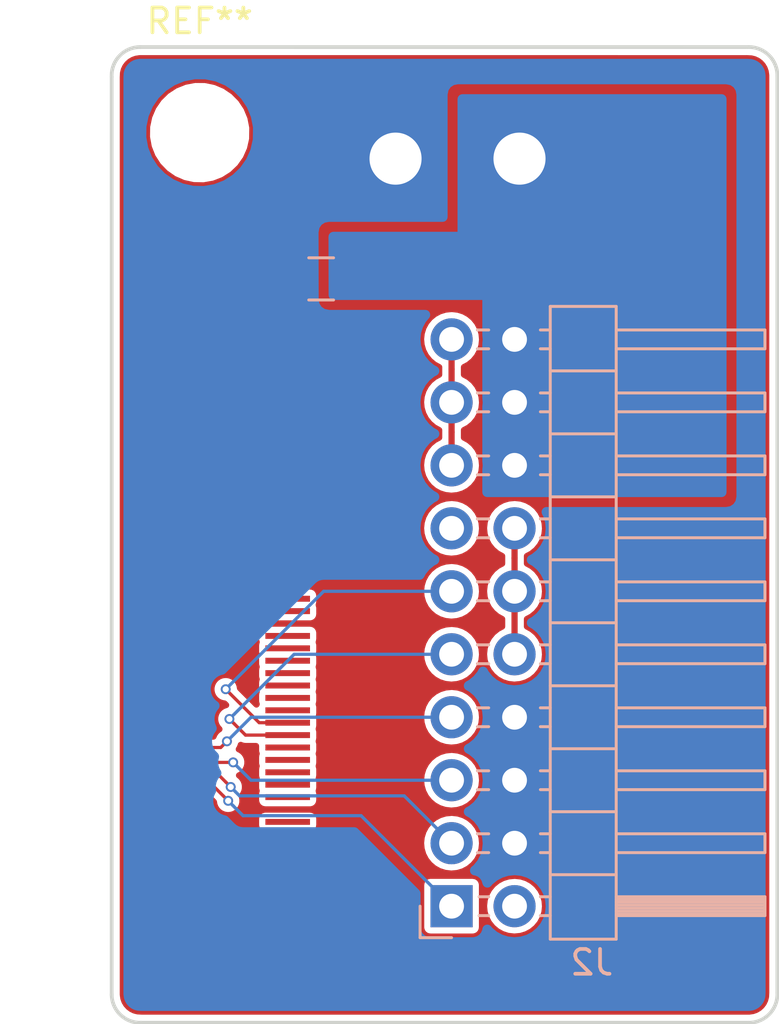
<source format=kicad_pcb>
(kicad_pcb (version 4) (host pcbnew 4.0.6)

  (general
    (links 36)
    (no_connects 0)
    (area 163.641429 80.345 195.115001 121.726087)
    (thickness 1.6)
    (drawings 8)
    (tracks 47)
    (zones 0)
    (modules 5)
    (nets 11)
  )

  (page A4)
  (layers
    (0 F.Cu signal)
    (31 B.Cu signal)
    (32 B.Adhes user)
    (33 F.Adhes user)
    (34 B.Paste user)
    (35 F.Paste user)
    (36 B.SilkS user)
    (37 F.SilkS user)
    (38 B.Mask user)
    (39 F.Mask user)
    (40 Dwgs.User user)
    (41 Cmts.User user)
    (42 Eco1.User user)
    (43 Eco2.User user)
    (44 Edge.Cuts user)
    (45 Margin user)
    (46 B.CrtYd user)
    (47 F.CrtYd user)
    (48 B.Fab user)
    (49 F.Fab user)
  )

  (setup
    (last_trace_width 0.13)
    (user_trace_width 0.13)
    (user_trace_width 0.25)
    (user_trace_width 0.5)
    (user_trace_width 2)
    (trace_clearance 0.13)
    (zone_clearance 0.4)
    (zone_45_only no)
    (trace_min 0.1)
    (segment_width 0.2)
    (edge_width 0.15)
    (via_size 0.4)
    (via_drill 0.25)
    (via_min_size 0.2)
    (via_min_drill 0.2)
    (user_via 0.4 0.25)
    (uvia_size 0.3)
    (uvia_drill 0.1)
    (uvias_allowed no)
    (uvia_min_size 0.2)
    (uvia_min_drill 0.1)
    (pcb_text_width 0.3)
    (pcb_text_size 1.5 1.5)
    (mod_edge_width 0.15)
    (mod_text_size 1 1)
    (mod_text_width 0.15)
    (pad_size 1.524 1.524)
    (pad_drill 0.762)
    (pad_to_mask_clearance 0.2)
    (aux_axis_origin 0 0)
    (visible_elements 7FFFFFFF)
    (pcbplotparams
      (layerselection 0x010c0_80000001)
      (usegerberextensions false)
      (excludeedgelayer true)
      (linewidth 0.100000)
      (plotframeref false)
      (viasonmask false)
      (mode 1)
      (useauxorigin false)
      (hpglpennumber 1)
      (hpglpenspeed 20)
      (hpglpendiameter 15)
      (hpglpenoverlay 2)
      (psnegative false)
      (psa4output false)
      (plotreference true)
      (plotvalue true)
      (plotinvisibletext false)
      (padsonsilk false)
      (subtractmaskfromsilk false)
      (outputformat 1)
      (mirror false)
      (drillshape 0)
      (scaleselection 1)
      (outputdirectory Gerber))
  )

  (net 0 "")
  (net 1 Earth)
  (net 2 12V)
  (net 3 MOSI)
  (net 4 MISO)
  (net 5 SCK)
  (net 6 CS)
  (net 7 RESPRDY)
  (net 8 RECVRDY)
  (net 9 3.3V)
  (net 10 5V)

  (net_class Default "This is the default net class."
    (clearance 0.13)
    (trace_width 0.13)
    (via_dia 0.4)
    (via_drill 0.25)
    (uvia_dia 0.3)
    (uvia_drill 0.1)
    (add_net 12V)
    (add_net 3.3V)
    (add_net 5V)
    (add_net CS)
    (add_net Earth)
    (add_net MISO)
    (add_net MOSI)
    (add_net RECVRDY)
    (add_net RESPRDY)
    (add_net SCK)
  )

  (module Capacitors_SMD:C_0805_HandSoldering (layer B.Cu) (tedit 5D04A15A) (tstamp 5D0449CD)
    (at 176.6 91.65)
    (descr "Capacitor SMD 0805, hand soldering")
    (tags "capacitor 0805")
    (path /5D043388)
    (attr smd)
    (fp_text reference C1 (at 0 1.75) (layer B.SilkS) hide
      (effects (font (size 1 1) (thickness 0.15)) (justify mirror))
    )
    (fp_text value C_Small (at 0 -1.75) (layer B.Fab) hide
      (effects (font (size 1 1) (thickness 0.15)) (justify mirror))
    )
    (fp_text user %R (at 0 1.75) (layer B.Fab)
      (effects (font (size 1 1) (thickness 0.15)) (justify mirror))
    )
    (fp_line (start -1 -0.62) (end -1 0.62) (layer B.Fab) (width 0.1))
    (fp_line (start 1 -0.62) (end -1 -0.62) (layer B.Fab) (width 0.1))
    (fp_line (start 1 0.62) (end 1 -0.62) (layer B.Fab) (width 0.1))
    (fp_line (start -1 0.62) (end 1 0.62) (layer B.Fab) (width 0.1))
    (fp_line (start 0.5 0.85) (end -0.5 0.85) (layer B.SilkS) (width 0.12))
    (fp_line (start -0.5 -0.85) (end 0.5 -0.85) (layer B.SilkS) (width 0.12))
    (fp_line (start -2.25 0.88) (end 2.25 0.88) (layer B.CrtYd) (width 0.05))
    (fp_line (start -2.25 0.88) (end -2.25 -0.87) (layer B.CrtYd) (width 0.05))
    (fp_line (start 2.25 -0.87) (end 2.25 0.88) (layer B.CrtYd) (width 0.05))
    (fp_line (start 2.25 -0.87) (end -2.25 -0.87) (layer B.CrtYd) (width 0.05))
    (pad 1 smd rect (at -1.25 0) (size 1.5 1.25) (layers B.Cu B.Paste B.Mask)
      (net 1 Earth))
    (pad 2 smd rect (at 1.25 0) (size 1.5 1.25) (layers B.Cu B.Paste B.Mask)
      (net 2 12V))
    (model Capacitors_SMD.3dshapes/C_0805.wrl
      (at (xyz 0 0 0))
      (scale (xyz 1 1 1))
      (rotate (xyz 0 0 0))
    )
  )

  (module Dizzy:AXK6S-100 (layer F.Cu) (tedit 5D04A141) (tstamp 5D044A35)
    (at 170.25 117.55 270)
    (path /5D0435BD)
    (fp_text reference J1 (at -2.1 2.8 270) (layer F.SilkS) hide
      (effects (font (size 1 1) (thickness 0.15)))
    )
    (fp_text value CONN_02X50 (at -1.2 1.7 270) (layer F.Fab) hide
      (effects (font (size 1 1) (thickness 0.15)))
    )
    (pad 1 smd rect (at 0 0 270) (size 0.24 1.8) (layers F.Cu F.Paste F.Mask))
    (pad 2 smd rect (at 0 -5 270) (size 0.24 1.8) (layers F.Cu F.Paste F.Mask))
    (pad 3 smd rect (at -0.5 0 270) (size 0.24 1.8) (layers F.Cu F.Paste F.Mask))
    (pad 4 smd rect (at -0.5 -5 270) (size 0.24 1.8) (layers F.Cu F.Paste F.Mask))
    (pad 5 smd rect (at -1 0 270) (size 0.24 1.8) (layers F.Cu F.Paste F.Mask))
    (pad 6 smd rect (at -1 -5 270) (size 0.24 1.8) (layers F.Cu F.Paste F.Mask))
    (pad 7 smd rect (at -1.5 0 270) (size 0.24 1.8) (layers F.Cu F.Paste F.Mask))
    (pad 8 smd rect (at -1.5 -5 270) (size 0.24 1.8) (layers F.Cu F.Paste F.Mask))
    (pad 9 smd rect (at -2 0 270) (size 0.24 1.8) (layers F.Cu F.Paste F.Mask)
      (net 1 Earth))
    (pad 10 smd rect (at -2 -5 270) (size 0.24 1.8) (layers F.Cu F.Paste F.Mask)
      (net 1 Earth))
    (pad 11 smd rect (at -2.5 0 270) (size 0.24 1.8) (layers F.Cu F.Paste F.Mask))
    (pad 12 smd rect (at -2.5 -5 270) (size 0.24 1.8) (layers F.Cu F.Paste F.Mask))
    (pad 13 smd rect (at -3 0 270) (size 0.24 1.8) (layers F.Cu F.Paste F.Mask))
    (pad 14 smd rect (at -3 -5 270) (size 0.24 1.8) (layers F.Cu F.Paste F.Mask))
    (pad 15 smd rect (at -3.5 0 270) (size 0.24 1.8) (layers F.Cu F.Paste F.Mask))
    (pad 16 smd rect (at -3.5 -5 270) (size 0.24 1.8) (layers F.Cu F.Paste F.Mask))
    (pad 17 smd rect (at -4 0 270) (size 0.24 1.8) (layers F.Cu F.Paste F.Mask))
    (pad 18 smd rect (at -4 -5 270) (size 0.24 1.8) (layers F.Cu F.Paste F.Mask))
    (pad 19 smd rect (at -4.5 0 270) (size 0.24 1.8) (layers F.Cu F.Paste F.Mask))
    (pad 20 smd rect (at -4.5 -5 270) (size 0.24 1.8) (layers F.Cu F.Paste F.Mask)
      (net 1 Earth))
    (pad 21 smd rect (at -5 0 270) (size 0.24 1.8) (layers F.Cu F.Paste F.Mask)
      (net 1 Earth))
    (pad 22 smd rect (at -5 -5 270) (size 0.24 1.8) (layers F.Cu F.Paste F.Mask))
    (pad 23 smd rect (at -5.5 0 270) (size 0.24 1.8) (layers F.Cu F.Paste F.Mask)
      (net 3 MOSI))
    (pad 24 smd rect (at -5.5 -5 270) (size 0.24 1.8) (layers F.Cu F.Paste F.Mask))
    (pad 25 smd rect (at -6 0 270) (size 0.24 1.8) (layers F.Cu F.Paste F.Mask)
      (net 4 MISO))
    (pad 26 smd rect (at -6 -5 270) (size 0.24 1.8) (layers F.Cu F.Paste F.Mask))
    (pad 27 smd rect (at -6.5 0 270) (size 0.24 1.8) (layers F.Cu F.Paste F.Mask)
      (net 5 SCK))
    (pad 28 smd rect (at -6.5 -5 270) (size 0.24 1.8) (layers F.Cu F.Paste F.Mask))
    (pad 29 smd rect (at -7 0 270) (size 0.24 1.8) (layers F.Cu F.Paste F.Mask)
      (net 6 CS))
    (pad 30 smd rect (at -7 -5 270) (size 0.24 1.8) (layers F.Cu F.Paste F.Mask))
    (pad 31 smd rect (at -7.5 0 270) (size 0.24 1.8) (layers F.Cu F.Paste F.Mask))
    (pad 32 smd rect (at -7.5 -5 270) (size 0.24 1.8) (layers F.Cu F.Paste F.Mask)
      (net 7 RESPRDY))
    (pad 33 smd rect (at -8 0 270) (size 0.24 1.8) (layers F.Cu F.Paste F.Mask)
      (net 1 Earth))
    (pad 34 smd rect (at -8 -5 270) (size 0.24 1.8) (layers F.Cu F.Paste F.Mask)
      (net 8 RECVRDY))
    (pad 35 smd rect (at -8.5 0 270) (size 0.24 1.8) (layers F.Cu F.Paste F.Mask))
    (pad 36 smd rect (at -8.5 -5 270) (size 0.24 1.8) (layers F.Cu F.Paste F.Mask))
    (pad 37 smd rect (at -9 0 270) (size 0.24 1.8) (layers F.Cu F.Paste F.Mask))
    (pad 38 smd rect (at -9 -5 270) (size 0.24 1.8) (layers F.Cu F.Paste F.Mask))
    (pad 39 smd rect (at -9.5 0 270) (size 0.24 1.8) (layers F.Cu F.Paste F.Mask))
    (pad 40 smd rect (at -9.5 -5 270) (size 0.24 1.8) (layers F.Cu F.Paste F.Mask))
    (pad 41 smd rect (at -10 0 270) (size 0.24 1.8) (layers F.Cu F.Paste F.Mask))
    (pad 42 smd rect (at -10 -5 270) (size 0.24 1.8) (layers F.Cu F.Paste F.Mask))
    (pad 43 smd rect (at -10.5 0 270) (size 0.24 1.8) (layers F.Cu F.Paste F.Mask)
      (net 1 Earth))
    (pad 44 smd rect (at -10.5 -5 270) (size 0.24 1.8) (layers F.Cu F.Paste F.Mask))
    (pad 45 smd rect (at -11 0 270) (size 0.24 1.8) (layers F.Cu F.Paste F.Mask))
    (pad 46 smd rect (at -11 -5 270) (size 0.24 1.8) (layers F.Cu F.Paste F.Mask))
    (pad 47 smd rect (at -11.5 0 270) (size 0.24 1.8) (layers F.Cu F.Paste F.Mask))
    (pad 48 smd rect (at -11.5 -5 270) (size 0.24 1.8) (layers F.Cu F.Paste F.Mask))
    (pad 49 smd rect (at -12 0 270) (size 0.24 1.8) (layers F.Cu F.Paste F.Mask))
    (pad 50 smd rect (at -12 -5 270) (size 0.24 1.8) (layers F.Cu F.Paste F.Mask)
      (net 1 Earth))
    (pad 51 smd rect (at -12.5 0 270) (size 0.24 1.8) (layers F.Cu F.Paste F.Mask))
    (pad 52 smd rect (at -12.5 -5 270) (size 0.24 1.8) (layers F.Cu F.Paste F.Mask))
    (pad 53 smd rect (at -13 0 270) (size 0.24 1.8) (layers F.Cu F.Paste F.Mask)
      (net 1 Earth))
    (pad 54 smd rect (at -13 -5 270) (size 0.24 1.8) (layers F.Cu F.Paste F.Mask))
    (pad 55 smd rect (at -13.5 0 270) (size 0.24 1.8) (layers F.Cu F.Paste F.Mask))
    (pad 56 smd rect (at -13.5 -5 270) (size 0.24 1.8) (layers F.Cu F.Paste F.Mask)
      (net 1 Earth))
    (pad 57 smd rect (at -14 0 270) (size 0.24 1.8) (layers F.Cu F.Paste F.Mask))
    (pad 58 smd rect (at -14 -5 270) (size 0.24 1.8) (layers F.Cu F.Paste F.Mask))
    (pad 59 smd rect (at -14.5 0 270) (size 0.24 1.8) (layers F.Cu F.Paste F.Mask)
      (net 1 Earth))
    (pad 60 smd rect (at -14.5 -5 270) (size 0.24 1.8) (layers F.Cu F.Paste F.Mask))
    (pad 61 smd rect (at -15 0 270) (size 0.24 1.8) (layers F.Cu F.Paste F.Mask))
    (pad 62 smd rect (at -15 -5 270) (size 0.24 1.8) (layers F.Cu F.Paste F.Mask)
      (net 1 Earth))
    (pad 63 smd rect (at -15.5 0 270) (size 0.24 1.8) (layers F.Cu F.Paste F.Mask))
    (pad 64 smd rect (at -15.5 -5 270) (size 0.24 1.8) (layers F.Cu F.Paste F.Mask))
    (pad 65 smd rect (at -16 0 270) (size 0.24 1.8) (layers F.Cu F.Paste F.Mask)
      (net 1 Earth))
    (pad 66 smd rect (at -16 -5 270) (size 0.24 1.8) (layers F.Cu F.Paste F.Mask))
    (pad 67 smd rect (at -16.5 0 270) (size 0.24 1.8) (layers F.Cu F.Paste F.Mask))
    (pad 68 smd rect (at -16.5 -5 270) (size 0.24 1.8) (layers F.Cu F.Paste F.Mask)
      (net 1 Earth))
    (pad 69 smd rect (at -17 0 270) (size 0.24 1.8) (layers F.Cu F.Paste F.Mask))
    (pad 70 smd rect (at -17 -5 270) (size 0.24 1.8) (layers F.Cu F.Paste F.Mask))
    (pad 71 smd rect (at -17.5 0 270) (size 0.24 1.8) (layers F.Cu F.Paste F.Mask)
      (net 1 Earth))
    (pad 72 smd rect (at -17.5 -5 270) (size 0.24 1.8) (layers F.Cu F.Paste F.Mask)
      (net 1 Earth))
    (pad 73 smd rect (at -18 0 270) (size 0.24 1.8) (layers F.Cu F.Paste F.Mask))
    (pad 74 smd rect (at -18 -5 270) (size 0.24 1.8) (layers F.Cu F.Paste F.Mask))
    (pad 75 smd rect (at -18.5 0 270) (size 0.24 1.8) (layers F.Cu F.Paste F.Mask))
    (pad 76 smd rect (at -18.5 -5 270) (size 0.24 1.8) (layers F.Cu F.Paste F.Mask))
    (pad 77 smd rect (at -19 0 270) (size 0.24 1.8) (layers F.Cu F.Paste F.Mask))
    (pad 78 smd rect (at -19 -5 270) (size 0.24 1.8) (layers F.Cu F.Paste F.Mask))
    (pad 79 smd rect (at -19.5 0 270) (size 0.24 1.8) (layers F.Cu F.Paste F.Mask))
    (pad 80 smd rect (at -19.5 -5 270) (size 0.24 1.8) (layers F.Cu F.Paste F.Mask))
    (pad 81 smd rect (at -20 0 270) (size 0.24 1.8) (layers F.Cu F.Paste F.Mask))
    (pad 82 smd rect (at -20 -5 270) (size 0.24 1.8) (layers F.Cu F.Paste F.Mask))
    (pad 83 smd rect (at -20.5 0 270) (size 0.24 1.8) (layers F.Cu F.Paste F.Mask)
      (net 1 Earth))
    (pad 84 smd rect (at -20.5 -5 270) (size 0.24 1.8) (layers F.Cu F.Paste F.Mask))
    (pad 85 smd rect (at -21 0 270) (size 0.24 1.8) (layers F.Cu F.Paste F.Mask))
    (pad 86 smd rect (at -21 -5 270) (size 0.24 1.8) (layers F.Cu F.Paste F.Mask))
    (pad 87 smd rect (at -21.5 0 270) (size 0.24 1.8) (layers F.Cu F.Paste F.Mask))
    (pad 88 smd rect (at -21.5 -5 270) (size 0.24 1.8) (layers F.Cu F.Paste F.Mask))
    (pad 89 smd rect (at -22 0 270) (size 0.24 1.8) (layers F.Cu F.Paste F.Mask)
      (net 1 Earth))
    (pad 90 smd rect (at -22 -5 270) (size 0.24 1.8) (layers F.Cu F.Paste F.Mask))
    (pad 91 smd rect (at -22.5 0 270) (size 0.24 1.8) (layers F.Cu F.Paste F.Mask))
    (pad 92 smd rect (at -22.5 -5 270) (size 0.24 1.8) (layers F.Cu F.Paste F.Mask))
    (pad 93 smd rect (at -23 0 270) (size 0.24 1.8) (layers F.Cu F.Paste F.Mask))
    (pad 94 smd rect (at -23 -5 270) (size 0.24 1.8) (layers F.Cu F.Paste F.Mask)
      (net 1 Earth))
    (pad 95 smd rect (at -23.5 0 270) (size 0.24 1.8) (layers F.Cu F.Paste F.Mask))
    (pad 96 smd rect (at -23.5 -5 270) (size 0.24 1.8) (layers F.Cu F.Paste F.Mask))
    (pad 97 smd rect (at -24 0 270) (size 0.24 1.8) (layers F.Cu F.Paste F.Mask))
    (pad 98 smd rect (at -24 -5 270) (size 0.24 1.8) (layers F.Cu F.Paste F.Mask))
    (pad 99 smd rect (at -24.5 0 270) (size 0.24 1.8) (layers F.Cu F.Paste F.Mask))
    (pad 100 smd rect (at -24.5 -5 270) (size 0.24 1.8) (layers F.Cu F.Paste F.Mask))
  )

  (module Dizzy:2x2.1-conn (layer F.Cu) (tedit 5D04A151) (tstamp 5D044B37)
    (at 183.6 88.8 180)
    (path /5D044A58)
    (fp_text reference J3 (at 0 0.5 180) (layer F.SilkS) hide
      (effects (font (size 1 1) (thickness 0.15)))
    )
    (fp_text value CONN_01X02 (at 0 -0.5 180) (layer F.Fab) hide
      (effects (font (size 1 1) (thickness 0.15)))
    )
    (pad 1 thru_hole circle (at -1 2 180) (size 3.5 3.5) (drill 2.1) (layers *.Cu *.Mask)
      (net 2 12V))
    (pad 2 thru_hole circle (at 4 2 180) (size 3.5 3.5) (drill 2.1) (layers *.Cu *.Mask)
      (net 1 Earth))
  )

  (module Pin_Headers:Pin_Header_Angled_2x10_Pitch2.54mm (layer B.Cu) (tedit 5D04A149) (tstamp 5D049D69)
    (at 181.86 116.95)
    (descr "Through hole angled pin header, 2x10, 2.54mm pitch, 6mm pin length, double rows")
    (tags "Through hole angled pin header THT 2x10 2.54mm double row")
    (path /5D043357)
    (fp_text reference J2 (at 5.655 2.27) (layer B.SilkS)
      (effects (font (size 1 1) (thickness 0.15)) (justify mirror))
    )
    (fp_text value CONN_02X10 (at 5.655 -25.13) (layer B.Fab) hide
      (effects (font (size 1 1) (thickness 0.15)) (justify mirror))
    )
    (fp_line (start 4.675 1.27) (end 6.58 1.27) (layer B.Fab) (width 0.1))
    (fp_line (start 6.58 1.27) (end 6.58 -24.13) (layer B.Fab) (width 0.1))
    (fp_line (start 6.58 -24.13) (end 4.04 -24.13) (layer B.Fab) (width 0.1))
    (fp_line (start 4.04 -24.13) (end 4.04 0.635) (layer B.Fab) (width 0.1))
    (fp_line (start 4.04 0.635) (end 4.675 1.27) (layer B.Fab) (width 0.1))
    (fp_line (start -0.32 0.32) (end 4.04 0.32) (layer B.Fab) (width 0.1))
    (fp_line (start -0.32 0.32) (end -0.32 -0.32) (layer B.Fab) (width 0.1))
    (fp_line (start -0.32 -0.32) (end 4.04 -0.32) (layer B.Fab) (width 0.1))
    (fp_line (start 6.58 0.32) (end 12.58 0.32) (layer B.Fab) (width 0.1))
    (fp_line (start 12.58 0.32) (end 12.58 -0.32) (layer B.Fab) (width 0.1))
    (fp_line (start 6.58 -0.32) (end 12.58 -0.32) (layer B.Fab) (width 0.1))
    (fp_line (start -0.32 -2.22) (end 4.04 -2.22) (layer B.Fab) (width 0.1))
    (fp_line (start -0.32 -2.22) (end -0.32 -2.86) (layer B.Fab) (width 0.1))
    (fp_line (start -0.32 -2.86) (end 4.04 -2.86) (layer B.Fab) (width 0.1))
    (fp_line (start 6.58 -2.22) (end 12.58 -2.22) (layer B.Fab) (width 0.1))
    (fp_line (start 12.58 -2.22) (end 12.58 -2.86) (layer B.Fab) (width 0.1))
    (fp_line (start 6.58 -2.86) (end 12.58 -2.86) (layer B.Fab) (width 0.1))
    (fp_line (start -0.32 -4.76) (end 4.04 -4.76) (layer B.Fab) (width 0.1))
    (fp_line (start -0.32 -4.76) (end -0.32 -5.4) (layer B.Fab) (width 0.1))
    (fp_line (start -0.32 -5.4) (end 4.04 -5.4) (layer B.Fab) (width 0.1))
    (fp_line (start 6.58 -4.76) (end 12.58 -4.76) (layer B.Fab) (width 0.1))
    (fp_line (start 12.58 -4.76) (end 12.58 -5.4) (layer B.Fab) (width 0.1))
    (fp_line (start 6.58 -5.4) (end 12.58 -5.4) (layer B.Fab) (width 0.1))
    (fp_line (start -0.32 -7.3) (end 4.04 -7.3) (layer B.Fab) (width 0.1))
    (fp_line (start -0.32 -7.3) (end -0.32 -7.94) (layer B.Fab) (width 0.1))
    (fp_line (start -0.32 -7.94) (end 4.04 -7.94) (layer B.Fab) (width 0.1))
    (fp_line (start 6.58 -7.3) (end 12.58 -7.3) (layer B.Fab) (width 0.1))
    (fp_line (start 12.58 -7.3) (end 12.58 -7.94) (layer B.Fab) (width 0.1))
    (fp_line (start 6.58 -7.94) (end 12.58 -7.94) (layer B.Fab) (width 0.1))
    (fp_line (start -0.32 -9.84) (end 4.04 -9.84) (layer B.Fab) (width 0.1))
    (fp_line (start -0.32 -9.84) (end -0.32 -10.48) (layer B.Fab) (width 0.1))
    (fp_line (start -0.32 -10.48) (end 4.04 -10.48) (layer B.Fab) (width 0.1))
    (fp_line (start 6.58 -9.84) (end 12.58 -9.84) (layer B.Fab) (width 0.1))
    (fp_line (start 12.58 -9.84) (end 12.58 -10.48) (layer B.Fab) (width 0.1))
    (fp_line (start 6.58 -10.48) (end 12.58 -10.48) (layer B.Fab) (width 0.1))
    (fp_line (start -0.32 -12.38) (end 4.04 -12.38) (layer B.Fab) (width 0.1))
    (fp_line (start -0.32 -12.38) (end -0.32 -13.02) (layer B.Fab) (width 0.1))
    (fp_line (start -0.32 -13.02) (end 4.04 -13.02) (layer B.Fab) (width 0.1))
    (fp_line (start 6.58 -12.38) (end 12.58 -12.38) (layer B.Fab) (width 0.1))
    (fp_line (start 12.58 -12.38) (end 12.58 -13.02) (layer B.Fab) (width 0.1))
    (fp_line (start 6.58 -13.02) (end 12.58 -13.02) (layer B.Fab) (width 0.1))
    (fp_line (start -0.32 -14.92) (end 4.04 -14.92) (layer B.Fab) (width 0.1))
    (fp_line (start -0.32 -14.92) (end -0.32 -15.56) (layer B.Fab) (width 0.1))
    (fp_line (start -0.32 -15.56) (end 4.04 -15.56) (layer B.Fab) (width 0.1))
    (fp_line (start 6.58 -14.92) (end 12.58 -14.92) (layer B.Fab) (width 0.1))
    (fp_line (start 12.58 -14.92) (end 12.58 -15.56) (layer B.Fab) (width 0.1))
    (fp_line (start 6.58 -15.56) (end 12.58 -15.56) (layer B.Fab) (width 0.1))
    (fp_line (start -0.32 -17.46) (end 4.04 -17.46) (layer B.Fab) (width 0.1))
    (fp_line (start -0.32 -17.46) (end -0.32 -18.1) (layer B.Fab) (width 0.1))
    (fp_line (start -0.32 -18.1) (end 4.04 -18.1) (layer B.Fab) (width 0.1))
    (fp_line (start 6.58 -17.46) (end 12.58 -17.46) (layer B.Fab) (width 0.1))
    (fp_line (start 12.58 -17.46) (end 12.58 -18.1) (layer B.Fab) (width 0.1))
    (fp_line (start 6.58 -18.1) (end 12.58 -18.1) (layer B.Fab) (width 0.1))
    (fp_line (start -0.32 -20) (end 4.04 -20) (layer B.Fab) (width 0.1))
    (fp_line (start -0.32 -20) (end -0.32 -20.64) (layer B.Fab) (width 0.1))
    (fp_line (start -0.32 -20.64) (end 4.04 -20.64) (layer B.Fab) (width 0.1))
    (fp_line (start 6.58 -20) (end 12.58 -20) (layer B.Fab) (width 0.1))
    (fp_line (start 12.58 -20) (end 12.58 -20.64) (layer B.Fab) (width 0.1))
    (fp_line (start 6.58 -20.64) (end 12.58 -20.64) (layer B.Fab) (width 0.1))
    (fp_line (start -0.32 -22.54) (end 4.04 -22.54) (layer B.Fab) (width 0.1))
    (fp_line (start -0.32 -22.54) (end -0.32 -23.18) (layer B.Fab) (width 0.1))
    (fp_line (start -0.32 -23.18) (end 4.04 -23.18) (layer B.Fab) (width 0.1))
    (fp_line (start 6.58 -22.54) (end 12.58 -22.54) (layer B.Fab) (width 0.1))
    (fp_line (start 12.58 -22.54) (end 12.58 -23.18) (layer B.Fab) (width 0.1))
    (fp_line (start 6.58 -23.18) (end 12.58 -23.18) (layer B.Fab) (width 0.1))
    (fp_line (start 3.98 1.33) (end 3.98 -24.19) (layer B.SilkS) (width 0.12))
    (fp_line (start 3.98 -24.19) (end 6.64 -24.19) (layer B.SilkS) (width 0.12))
    (fp_line (start 6.64 -24.19) (end 6.64 1.33) (layer B.SilkS) (width 0.12))
    (fp_line (start 6.64 1.33) (end 3.98 1.33) (layer B.SilkS) (width 0.12))
    (fp_line (start 6.64 0.38) (end 12.64 0.38) (layer B.SilkS) (width 0.12))
    (fp_line (start 12.64 0.38) (end 12.64 -0.38) (layer B.SilkS) (width 0.12))
    (fp_line (start 12.64 -0.38) (end 6.64 -0.38) (layer B.SilkS) (width 0.12))
    (fp_line (start 6.64 0.32) (end 12.64 0.32) (layer B.SilkS) (width 0.12))
    (fp_line (start 6.64 0.2) (end 12.64 0.2) (layer B.SilkS) (width 0.12))
    (fp_line (start 6.64 0.08) (end 12.64 0.08) (layer B.SilkS) (width 0.12))
    (fp_line (start 6.64 -0.04) (end 12.64 -0.04) (layer B.SilkS) (width 0.12))
    (fp_line (start 6.64 -0.16) (end 12.64 -0.16) (layer B.SilkS) (width 0.12))
    (fp_line (start 6.64 -0.28) (end 12.64 -0.28) (layer B.SilkS) (width 0.12))
    (fp_line (start 3.582929 0.38) (end 3.98 0.38) (layer B.SilkS) (width 0.12))
    (fp_line (start 3.582929 -0.38) (end 3.98 -0.38) (layer B.SilkS) (width 0.12))
    (fp_line (start 1.11 0.38) (end 1.497071 0.38) (layer B.SilkS) (width 0.12))
    (fp_line (start 1.11 -0.38) (end 1.497071 -0.38) (layer B.SilkS) (width 0.12))
    (fp_line (start 3.98 -1.27) (end 6.64 -1.27) (layer B.SilkS) (width 0.12))
    (fp_line (start 6.64 -2.16) (end 12.64 -2.16) (layer B.SilkS) (width 0.12))
    (fp_line (start 12.64 -2.16) (end 12.64 -2.92) (layer B.SilkS) (width 0.12))
    (fp_line (start 12.64 -2.92) (end 6.64 -2.92) (layer B.SilkS) (width 0.12))
    (fp_line (start 3.582929 -2.16) (end 3.98 -2.16) (layer B.SilkS) (width 0.12))
    (fp_line (start 3.582929 -2.92) (end 3.98 -2.92) (layer B.SilkS) (width 0.12))
    (fp_line (start 1.042929 -2.16) (end 1.497071 -2.16) (layer B.SilkS) (width 0.12))
    (fp_line (start 1.042929 -2.92) (end 1.497071 -2.92) (layer B.SilkS) (width 0.12))
    (fp_line (start 3.98 -3.81) (end 6.64 -3.81) (layer B.SilkS) (width 0.12))
    (fp_line (start 6.64 -4.7) (end 12.64 -4.7) (layer B.SilkS) (width 0.12))
    (fp_line (start 12.64 -4.7) (end 12.64 -5.46) (layer B.SilkS) (width 0.12))
    (fp_line (start 12.64 -5.46) (end 6.64 -5.46) (layer B.SilkS) (width 0.12))
    (fp_line (start 3.582929 -4.7) (end 3.98 -4.7) (layer B.SilkS) (width 0.12))
    (fp_line (start 3.582929 -5.46) (end 3.98 -5.46) (layer B.SilkS) (width 0.12))
    (fp_line (start 1.042929 -4.7) (end 1.497071 -4.7) (layer B.SilkS) (width 0.12))
    (fp_line (start 1.042929 -5.46) (end 1.497071 -5.46) (layer B.SilkS) (width 0.12))
    (fp_line (start 3.98 -6.35) (end 6.64 -6.35) (layer B.SilkS) (width 0.12))
    (fp_line (start 6.64 -7.24) (end 12.64 -7.24) (layer B.SilkS) (width 0.12))
    (fp_line (start 12.64 -7.24) (end 12.64 -8) (layer B.SilkS) (width 0.12))
    (fp_line (start 12.64 -8) (end 6.64 -8) (layer B.SilkS) (width 0.12))
    (fp_line (start 3.582929 -7.24) (end 3.98 -7.24) (layer B.SilkS) (width 0.12))
    (fp_line (start 3.582929 -8) (end 3.98 -8) (layer B.SilkS) (width 0.12))
    (fp_line (start 1.042929 -7.24) (end 1.497071 -7.24) (layer B.SilkS) (width 0.12))
    (fp_line (start 1.042929 -8) (end 1.497071 -8) (layer B.SilkS) (width 0.12))
    (fp_line (start 3.98 -8.89) (end 6.64 -8.89) (layer B.SilkS) (width 0.12))
    (fp_line (start 6.64 -9.78) (end 12.64 -9.78) (layer B.SilkS) (width 0.12))
    (fp_line (start 12.64 -9.78) (end 12.64 -10.54) (layer B.SilkS) (width 0.12))
    (fp_line (start 12.64 -10.54) (end 6.64 -10.54) (layer B.SilkS) (width 0.12))
    (fp_line (start 3.582929 -9.78) (end 3.98 -9.78) (layer B.SilkS) (width 0.12))
    (fp_line (start 3.582929 -10.54) (end 3.98 -10.54) (layer B.SilkS) (width 0.12))
    (fp_line (start 1.042929 -9.78) (end 1.497071 -9.78) (layer B.SilkS) (width 0.12))
    (fp_line (start 1.042929 -10.54) (end 1.497071 -10.54) (layer B.SilkS) (width 0.12))
    (fp_line (start 3.98 -11.43) (end 6.64 -11.43) (layer B.SilkS) (width 0.12))
    (fp_line (start 6.64 -12.32) (end 12.64 -12.32) (layer B.SilkS) (width 0.12))
    (fp_line (start 12.64 -12.32) (end 12.64 -13.08) (layer B.SilkS) (width 0.12))
    (fp_line (start 12.64 -13.08) (end 6.64 -13.08) (layer B.SilkS) (width 0.12))
    (fp_line (start 3.582929 -12.32) (end 3.98 -12.32) (layer B.SilkS) (width 0.12))
    (fp_line (start 3.582929 -13.08) (end 3.98 -13.08) (layer B.SilkS) (width 0.12))
    (fp_line (start 1.042929 -12.32) (end 1.497071 -12.32) (layer B.SilkS) (width 0.12))
    (fp_line (start 1.042929 -13.08) (end 1.497071 -13.08) (layer B.SilkS) (width 0.12))
    (fp_line (start 3.98 -13.97) (end 6.64 -13.97) (layer B.SilkS) (width 0.12))
    (fp_line (start 6.64 -14.86) (end 12.64 -14.86) (layer B.SilkS) (width 0.12))
    (fp_line (start 12.64 -14.86) (end 12.64 -15.62) (layer B.SilkS) (width 0.12))
    (fp_line (start 12.64 -15.62) (end 6.64 -15.62) (layer B.SilkS) (width 0.12))
    (fp_line (start 3.582929 -14.86) (end 3.98 -14.86) (layer B.SilkS) (width 0.12))
    (fp_line (start 3.582929 -15.62) (end 3.98 -15.62) (layer B.SilkS) (width 0.12))
    (fp_line (start 1.042929 -14.86) (end 1.497071 -14.86) (layer B.SilkS) (width 0.12))
    (fp_line (start 1.042929 -15.62) (end 1.497071 -15.62) (layer B.SilkS) (width 0.12))
    (fp_line (start 3.98 -16.51) (end 6.64 -16.51) (layer B.SilkS) (width 0.12))
    (fp_line (start 6.64 -17.4) (end 12.64 -17.4) (layer B.SilkS) (width 0.12))
    (fp_line (start 12.64 -17.4) (end 12.64 -18.16) (layer B.SilkS) (width 0.12))
    (fp_line (start 12.64 -18.16) (end 6.64 -18.16) (layer B.SilkS) (width 0.12))
    (fp_line (start 3.582929 -17.4) (end 3.98 -17.4) (layer B.SilkS) (width 0.12))
    (fp_line (start 3.582929 -18.16) (end 3.98 -18.16) (layer B.SilkS) (width 0.12))
    (fp_line (start 1.042929 -17.4) (end 1.497071 -17.4) (layer B.SilkS) (width 0.12))
    (fp_line (start 1.042929 -18.16) (end 1.497071 -18.16) (layer B.SilkS) (width 0.12))
    (fp_line (start 3.98 -19.05) (end 6.64 -19.05) (layer B.SilkS) (width 0.12))
    (fp_line (start 6.64 -19.94) (end 12.64 -19.94) (layer B.SilkS) (width 0.12))
    (fp_line (start 12.64 -19.94) (end 12.64 -20.7) (layer B.SilkS) (width 0.12))
    (fp_line (start 12.64 -20.7) (end 6.64 -20.7) (layer B.SilkS) (width 0.12))
    (fp_line (start 3.582929 -19.94) (end 3.98 -19.94) (layer B.SilkS) (width 0.12))
    (fp_line (start 3.582929 -20.7) (end 3.98 -20.7) (layer B.SilkS) (width 0.12))
    (fp_line (start 1.042929 -19.94) (end 1.497071 -19.94) (layer B.SilkS) (width 0.12))
    (fp_line (start 1.042929 -20.7) (end 1.497071 -20.7) (layer B.SilkS) (width 0.12))
    (fp_line (start 3.98 -21.59) (end 6.64 -21.59) (layer B.SilkS) (width 0.12))
    (fp_line (start 6.64 -22.48) (end 12.64 -22.48) (layer B.SilkS) (width 0.12))
    (fp_line (start 12.64 -22.48) (end 12.64 -23.24) (layer B.SilkS) (width 0.12))
    (fp_line (start 12.64 -23.24) (end 6.64 -23.24) (layer B.SilkS) (width 0.12))
    (fp_line (start 3.582929 -22.48) (end 3.98 -22.48) (layer B.SilkS) (width 0.12))
    (fp_line (start 3.582929 -23.24) (end 3.98 -23.24) (layer B.SilkS) (width 0.12))
    (fp_line (start 1.042929 -22.48) (end 1.497071 -22.48) (layer B.SilkS) (width 0.12))
    (fp_line (start 1.042929 -23.24) (end 1.497071 -23.24) (layer B.SilkS) (width 0.12))
    (fp_line (start -1.27 0) (end -1.27 1.27) (layer B.SilkS) (width 0.12))
    (fp_line (start -1.27 1.27) (end 0 1.27) (layer B.SilkS) (width 0.12))
    (fp_line (start -1.8 1.8) (end -1.8 -24.65) (layer B.CrtYd) (width 0.05))
    (fp_line (start -1.8 -24.65) (end 13.1 -24.65) (layer B.CrtYd) (width 0.05))
    (fp_line (start 13.1 -24.65) (end 13.1 1.8) (layer B.CrtYd) (width 0.05))
    (fp_line (start 13.1 1.8) (end -1.8 1.8) (layer B.CrtYd) (width 0.05))
    (fp_text user %R (at 5.31 -11.43 270) (layer B.Fab)
      (effects (font (size 1 1) (thickness 0.15)) (justify mirror))
    )
    (pad 1 thru_hole rect (at 0 0) (size 1.7 1.7) (drill 1) (layers *.Cu *.Mask)
      (net 3 MOSI))
    (pad 2 thru_hole oval (at 2.54 0) (size 1.7 1.7) (drill 1) (layers *.Cu *.Mask))
    (pad 3 thru_hole oval (at 0 -2.54) (size 1.7 1.7) (drill 1) (layers *.Cu *.Mask)
      (net 4 MISO))
    (pad 4 thru_hole oval (at 2.54 -2.54) (size 1.7 1.7) (drill 1) (layers *.Cu *.Mask)
      (net 1 Earth))
    (pad 5 thru_hole oval (at 0 -5.08) (size 1.7 1.7) (drill 1) (layers *.Cu *.Mask)
      (net 5 SCK))
    (pad 6 thru_hole oval (at 2.54 -5.08) (size 1.7 1.7) (drill 1) (layers *.Cu *.Mask)
      (net 1 Earth))
    (pad 7 thru_hole oval (at 0 -7.62) (size 1.7 1.7) (drill 1) (layers *.Cu *.Mask)
      (net 6 CS))
    (pad 8 thru_hole oval (at 2.54 -7.62) (size 1.7 1.7) (drill 1) (layers *.Cu *.Mask)
      (net 1 Earth))
    (pad 9 thru_hole oval (at 0 -10.16) (size 1.7 1.7) (drill 1) (layers *.Cu *.Mask)
      (net 7 RESPRDY))
    (pad 10 thru_hole oval (at 2.54 -10.16) (size 1.7 1.7) (drill 1) (layers *.Cu *.Mask)
      (net 9 3.3V))
    (pad 11 thru_hole oval (at 0 -12.7) (size 1.7 1.7) (drill 1) (layers *.Cu *.Mask)
      (net 8 RECVRDY))
    (pad 12 thru_hole oval (at 2.54 -12.7) (size 1.7 1.7) (drill 1) (layers *.Cu *.Mask)
      (net 9 3.3V))
    (pad 13 thru_hole oval (at 0 -15.24) (size 1.7 1.7) (drill 1) (layers *.Cu *.Mask))
    (pad 14 thru_hole oval (at 2.54 -15.24) (size 1.7 1.7) (drill 1) (layers *.Cu *.Mask)
      (net 9 3.3V))
    (pad 15 thru_hole oval (at 0 -17.78) (size 1.7 1.7) (drill 1) (layers *.Cu *.Mask)
      (net 10 5V))
    (pad 16 thru_hole oval (at 2.54 -17.78) (size 1.7 1.7) (drill 1) (layers *.Cu *.Mask)
      (net 2 12V))
    (pad 17 thru_hole oval (at 0 -20.32) (size 1.7 1.7) (drill 1) (layers *.Cu *.Mask)
      (net 10 5V))
    (pad 18 thru_hole oval (at 2.54 -20.32) (size 1.7 1.7) (drill 1) (layers *.Cu *.Mask)
      (net 2 12V))
    (pad 19 thru_hole oval (at 0 -22.86) (size 1.7 1.7) (drill 1) (layers *.Cu *.Mask)
      (net 10 5V))
    (pad 20 thru_hole oval (at 2.54 -22.86) (size 1.7 1.7) (drill 1) (layers *.Cu *.Mask)
      (net 2 12V))
    (model ${KISYS3DMOD}/Pin_Headers.3dshapes/Pin_Header_Angled_2x10_Pitch2.54mm.wrl
      (at (xyz 0 0 0))
      (scale (xyz 1 1 1))
      (rotate (xyz 0 0 0))
    )
  )

  (module Mounting_Holes:MountingHole_3.5mm (layer F.Cu) (tedit 56D1B4CB) (tstamp 5D04A837)
    (at 171.7 85.75)
    (descr "Mounting Hole 3.5mm, no annular")
    (tags "mounting hole 3.5mm no annular")
    (attr virtual)
    (fp_text reference REF** (at 0 -4.5) (layer F.SilkS)
      (effects (font (size 1 1) (thickness 0.15)))
    )
    (fp_text value MountingHole_3.5mm (at 0 4.5) (layer F.Fab)
      (effects (font (size 1 1) (thickness 0.15)))
    )
    (fp_text user %R (at 0.3 0) (layer F.Fab)
      (effects (font (size 1 1) (thickness 0.15)))
    )
    (fp_circle (center 0 0) (end 3.5 0) (layer Cmts.User) (width 0.15))
    (fp_circle (center 0 0) (end 3.75 0) (layer F.CrtYd) (width 0.05))
    (pad 1 np_thru_hole circle (at 0 0) (size 3.5 3.5) (drill 3.5) (layers *.Cu *.Mask))
  )

  (gr_arc (start 193.85 120.5) (end 195 120.45) (angle 92.48955292) (layer Edge.Cuts) (width 0.15) (tstamp 5D04A368))
  (gr_arc (start 193.848914 83.45) (end 193.798914 82.3) (angle 92.48955292) (layer Edge.Cuts) (width 0.15) (tstamp 5D04A357))
  (gr_arc (start 169.3 83.45) (end 168.15 83.5) (angle 92.48955292) (layer Edge.Cuts) (width 0.15) (tstamp 5D04A351))
  (gr_arc (start 169.301086 120.5) (end 169.351086 121.65) (angle 92.48955292) (layer Edge.Cuts) (width 0.15))
  (gr_line (start 168.15 83.5) (end 168.15 120.55) (layer Edge.Cuts) (width 0.15))
  (gr_line (start 193.75 82.3) (end 169.3 82.298914) (layer Edge.Cuts) (width 0.15))
  (gr_line (start 195 120.45) (end 195 83.45) (layer Edge.Cuts) (width 0.15))
  (gr_line (start 169.3 121.65) (end 193.85 121.65) (layer Edge.Cuts) (width 0.15))

  (segment (start 181.86 116.95) (end 178.21 113.3) (width 0.13) (layer B.Cu) (net 3))
  (segment (start 178.21 113.3) (end 173.45 113.3) (width 0.13) (layer B.Cu) (net 3))
  (segment (start 173.45 113.3) (end 173.049999 112.899999) (width 0.13) (layer B.Cu) (net 3))
  (segment (start 173.049999 112.899999) (end 172.85 112.7) (width 0.13) (layer B.Cu) (net 3))
  (segment (start 170.25 112.05) (end 172.2 112.05) (width 0.13) (layer F.Cu) (net 3))
  (segment (start 172.650001 112.500001) (end 172.85 112.7) (width 0.13) (layer F.Cu) (net 3))
  (segment (start 172.2 112.05) (end 172.650001 112.500001) (width 0.13) (layer F.Cu) (net 3))
  (via (at 172.85 112.7) (size 0.4) (drill 0.25) (layers F.Cu B.Cu) (net 3))
  (segment (start 181.86 114.41) (end 179.95 112.5) (width 0.13) (layer B.Cu) (net 4))
  (segment (start 179.95 112.5) (end 173.309511 112.5) (width 0.13) (layer B.Cu) (net 4))
  (segment (start 173.309511 112.5) (end 173.151661 112.34215) (width 0.13) (layer B.Cu) (net 4))
  (segment (start 173.151661 112.34215) (end 172.951662 112.142151) (width 0.13) (layer B.Cu) (net 4))
  (segment (start 172.751663 111.942152) (end 172.951662 112.142151) (width 0.13) (layer F.Cu) (net 4))
  (via (at 172.951662 112.142151) (size 0.4) (drill 0.25) (layers F.Cu B.Cu) (net 4))
  (segment (start 170.25 111.55) (end 172.359511 111.55) (width 0.13) (layer F.Cu) (net 4))
  (segment (start 172.359511 111.55) (end 172.751663 111.942152) (width 0.13) (layer F.Cu) (net 4))
  (segment (start 173.05 111.15) (end 170.35 111.15) (width 0.13) (layer F.Cu) (net 5))
  (segment (start 170.35 111.15) (end 170.25 111.05) (width 0.13) (layer F.Cu) (net 5))
  (segment (start 181.86 111.87) (end 173.77 111.87) (width 0.13) (layer B.Cu) (net 5))
  (segment (start 173.77 111.87) (end 173.05 111.15) (width 0.13) (layer B.Cu) (net 5))
  (via (at 173.05 111.15) (size 0.4) (drill 0.25) (layers F.Cu B.Cu) (net 5))
  (segment (start 172.8 110.3) (end 172.55 110.55) (width 0.13) (layer F.Cu) (net 6))
  (segment (start 172.55 110.55) (end 170.25 110.55) (width 0.13) (layer F.Cu) (net 6))
  (segment (start 181.86 109.33) (end 173.77 109.33) (width 0.13) (layer B.Cu) (net 6))
  (segment (start 173.77 109.33) (end 172.8 110.3) (width 0.13) (layer B.Cu) (net 6))
  (via (at 172.8 110.3) (size 0.4) (drill 0.25) (layers F.Cu B.Cu) (net 6))
  (segment (start 173.099999 109.200001) (end 172.9 109.4) (width 0.13) (layer B.Cu) (net 7))
  (segment (start 175.51 106.79) (end 173.099999 109.200001) (width 0.13) (layer B.Cu) (net 7))
  (segment (start 181.86 106.79) (end 175.51 106.79) (width 0.13) (layer B.Cu) (net 7))
  (segment (start 173.099999 109.599999) (end 172.9 109.4) (width 0.13) (layer F.Cu) (net 7))
  (segment (start 173.55 110.05) (end 173.099999 109.599999) (width 0.13) (layer F.Cu) (net 7))
  (segment (start 175.25 110.05) (end 173.55 110.05) (width 0.13) (layer F.Cu) (net 7))
  (via (at 172.9 109.4) (size 0.4) (drill 0.25) (layers F.Cu B.Cu) (net 7))
  (segment (start 172.949999 108.000001) (end 172.75 108.2) (width 0.13) (layer B.Cu) (net 8))
  (segment (start 176.7 104.25) (end 172.949999 108.000001) (width 0.13) (layer B.Cu) (net 8))
  (segment (start 181.86 104.25) (end 176.7 104.25) (width 0.13) (layer B.Cu) (net 8))
  (segment (start 172.949999 108.399999) (end 172.75 108.2) (width 0.13) (layer F.Cu) (net 8))
  (segment (start 174.1 109.55) (end 172.949999 108.399999) (width 0.13) (layer F.Cu) (net 8))
  (segment (start 175.25 109.55) (end 174.1 109.55) (width 0.13) (layer F.Cu) (net 8))
  (via (at 172.75 108.2) (size 0.4) (drill 0.25) (layers F.Cu B.Cu) (net 8))
  (segment (start 184.4 101.71) (end 184.4 102.912081) (width 0.25) (layer F.Cu) (net 9))
  (segment (start 184.4 102.912081) (end 184.4 104.25) (width 0.25) (layer F.Cu) (net 9))
  (segment (start 184.4 106.79) (end 184.4 104.25) (width 0.25) (layer F.Cu) (net 9))
  (segment (start 181.86 96.63) (end 181.86 97.832081) (width 0.25) (layer F.Cu) (net 10))
  (segment (start 181.86 97.832081) (end 181.86 99.17) (width 0.25) (layer F.Cu) (net 10))
  (segment (start 181.86 94.09) (end 181.86 95.292081) (width 0.25) (layer F.Cu) (net 10))
  (segment (start 181.86 95.292081) (end 181.86 96.63) (width 0.25) (layer F.Cu) (net 10))

  (zone (net 1) (net_name Earth) (layer F.Cu) (tstamp 0) (hatch edge 0.508)
    (connect_pads yes (clearance 0.25))
    (min_thickness 0.25)
    (fill yes (arc_segments 32) (thermal_gap 0.508) (thermal_bridge_width 0.508))
    (polygon
      (pts
        (xy 168.15 82.3) (xy 195 82.3) (xy 195 121.6) (xy 168.15 121.65)
      )
    )
    (filled_polygon
      (pts
        (xy 193.768225 82.748952) (xy 193.774496 82.749337) (xy 193.954758 82.759133) (xy 194.086936 82.79285) (xy 194.210043 82.851597)
        (xy 194.319395 82.933136) (xy 194.410828 83.034363) (xy 194.480859 83.151425) (xy 194.526817 83.279854) (xy 194.549378 83.431006)
        (xy 194.55 83.45567) (xy 194.55 120.437783) (xy 194.540867 120.605844) (xy 194.507149 120.738023) (xy 194.448403 120.861129)
        (xy 194.366863 120.970482) (xy 194.265635 121.061916) (xy 194.148577 121.131944) (xy 194.020145 121.177903) (xy 193.868994 121.200464)
        (xy 193.861674 121.200649) (xy 193.856283 121.200044) (xy 193.85 121.2) (xy 169.363303 121.2) (xy 169.195242 121.190867)
        (xy 169.063063 121.157149) (xy 168.939957 121.098403) (xy 168.830604 121.016863) (xy 168.73917 120.915635) (xy 168.669142 120.798577)
        (xy 168.623183 120.670145) (xy 168.600622 120.518994) (xy 168.6 120.49433) (xy 168.6 115.93) (xy 168.973186 115.93)
        (xy 168.973186 116.17) (xy 168.977948 116.229717) (xy 168.999579 116.299566) (xy 168.988104 116.325022) (xy 168.973186 116.43)
        (xy 168.973186 116.67) (xy 168.977948 116.729717) (xy 168.999579 116.799566) (xy 168.988104 116.825022) (xy 168.973186 116.93)
        (xy 168.973186 117.17) (xy 168.977948 117.229717) (xy 168.999579 117.299566) (xy 168.988104 117.325022) (xy 168.973186 117.43)
        (xy 168.973186 117.67) (xy 168.977948 117.729717) (xy 169.009315 117.831004) (xy 169.067657 117.919543) (xy 169.148357 117.988322)
        (xy 169.245022 118.031896) (xy 169.35 118.046814) (xy 171.15 118.046814) (xy 171.209717 118.042052) (xy 171.311004 118.010685)
        (xy 171.399543 117.952343) (xy 171.468322 117.871643) (xy 171.511896 117.774978) (xy 171.526814 117.67) (xy 171.526814 117.43)
        (xy 171.522052 117.370283) (xy 171.500421 117.300434) (xy 171.511896 117.274978) (xy 171.526814 117.17) (xy 171.526814 116.93)
        (xy 171.522052 116.870283) (xy 171.500421 116.800434) (xy 171.511896 116.774978) (xy 171.526814 116.67) (xy 171.526814 116.43)
        (xy 171.522052 116.370283) (xy 171.500421 116.300434) (xy 171.511896 116.274978) (xy 171.526814 116.17) (xy 171.526814 115.93)
        (xy 173.973186 115.93) (xy 173.973186 116.17) (xy 173.977948 116.229717) (xy 173.999579 116.299566) (xy 173.988104 116.325022)
        (xy 173.973186 116.43) (xy 173.973186 116.67) (xy 173.977948 116.729717) (xy 173.999579 116.799566) (xy 173.988104 116.825022)
        (xy 173.973186 116.93) (xy 173.973186 117.17) (xy 173.977948 117.229717) (xy 173.999579 117.299566) (xy 173.988104 117.325022)
        (xy 173.973186 117.43) (xy 173.973186 117.67) (xy 173.977948 117.729717) (xy 174.009315 117.831004) (xy 174.067657 117.919543)
        (xy 174.148357 117.988322) (xy 174.245022 118.031896) (xy 174.35 118.046814) (xy 176.15 118.046814) (xy 176.209717 118.042052)
        (xy 176.311004 118.010685) (xy 176.399543 117.952343) (xy 176.468322 117.871643) (xy 176.511896 117.774978) (xy 176.526814 117.67)
        (xy 176.526814 117.43) (xy 176.522052 117.370283) (xy 176.500421 117.300434) (xy 176.511896 117.274978) (xy 176.526814 117.17)
        (xy 176.526814 116.93) (xy 176.522052 116.870283) (xy 176.500421 116.800434) (xy 176.511896 116.774978) (xy 176.526814 116.67)
        (xy 176.526814 116.43) (xy 176.522052 116.370283) (xy 176.500421 116.300434) (xy 176.511896 116.274978) (xy 176.526814 116.17)
        (xy 176.526814 116.1) (xy 180.633186 116.1) (xy 180.633186 117.8) (xy 180.637948 117.859717) (xy 180.669315 117.961004)
        (xy 180.727657 118.049543) (xy 180.808357 118.118322) (xy 180.905022 118.161896) (xy 181.01 118.176814) (xy 182.71 118.176814)
        (xy 182.769717 118.172052) (xy 182.871004 118.140685) (xy 182.959543 118.082343) (xy 183.028322 118.001643) (xy 183.071896 117.904978)
        (xy 183.086814 117.8) (xy 183.086814 116.941448) (xy 183.169103 116.941448) (xy 183.190771 117.179542) (xy 183.258273 117.408893)
        (xy 183.369037 117.620765) (xy 183.518844 117.807088) (xy 183.701988 117.960764) (xy 183.911494 118.075941) (xy 184.139381 118.148231)
        (xy 184.376969 118.174881) (xy 184.394073 118.175) (xy 184.405927 118.175) (xy 184.643864 118.15167) (xy 184.872738 118.082569)
        (xy 185.083832 117.970329) (xy 185.269104 117.819224) (xy 185.421498 117.635011) (xy 185.535209 117.424707) (xy 185.605907 117.19632)
        (xy 185.630897 116.958552) (xy 185.609229 116.720458) (xy 185.541727 116.491107) (xy 185.430963 116.279235) (xy 185.281156 116.092912)
        (xy 185.098012 115.939236) (xy 184.888506 115.824059) (xy 184.660619 115.751769) (xy 184.423031 115.725119) (xy 184.405927 115.725)
        (xy 184.394073 115.725) (xy 184.156136 115.74833) (xy 183.927262 115.817431) (xy 183.716168 115.929671) (xy 183.530896 116.080776)
        (xy 183.378502 116.264989) (xy 183.264791 116.475293) (xy 183.194093 116.70368) (xy 183.169103 116.941448) (xy 183.086814 116.941448)
        (xy 183.086814 116.1) (xy 183.082052 116.040283) (xy 183.050685 115.938996) (xy 182.992343 115.850457) (xy 182.911643 115.781678)
        (xy 182.814978 115.738104) (xy 182.71 115.723186) (xy 181.01 115.723186) (xy 180.950283 115.727948) (xy 180.848996 115.759315)
        (xy 180.760457 115.817657) (xy 180.691678 115.898357) (xy 180.648104 115.995022) (xy 180.633186 116.1) (xy 176.526814 116.1)
        (xy 176.526814 115.93) (xy 176.522052 115.870283) (xy 176.490685 115.768996) (xy 176.432343 115.680457) (xy 176.351643 115.611678)
        (xy 176.254978 115.568104) (xy 176.15 115.553186) (xy 174.35 115.553186) (xy 174.290283 115.557948) (xy 174.188996 115.589315)
        (xy 174.100457 115.647657) (xy 174.031678 115.728357) (xy 173.988104 115.825022) (xy 173.973186 115.93) (xy 171.526814 115.93)
        (xy 171.522052 115.870283) (xy 171.490685 115.768996) (xy 171.432343 115.680457) (xy 171.351643 115.611678) (xy 171.254978 115.568104)
        (xy 171.15 115.553186) (xy 169.35 115.553186) (xy 169.290283 115.557948) (xy 169.188996 115.589315) (xy 169.100457 115.647657)
        (xy 169.031678 115.728357) (xy 168.988104 115.825022) (xy 168.973186 115.93) (xy 168.6 115.93) (xy 168.6 112.93)
        (xy 168.973186 112.93) (xy 168.973186 113.17) (xy 168.977948 113.229717) (xy 168.999579 113.299566) (xy 168.988104 113.325022)
        (xy 168.973186 113.43) (xy 168.973186 113.67) (xy 168.977948 113.729717) (xy 168.999579 113.799566) (xy 168.988104 113.825022)
        (xy 168.973186 113.93) (xy 168.973186 114.17) (xy 168.977948 114.229717) (xy 168.999579 114.299566) (xy 168.988104 114.325022)
        (xy 168.973186 114.43) (xy 168.973186 114.67) (xy 168.977948 114.729717) (xy 168.999579 114.799566) (xy 168.988104 114.825022)
        (xy 168.973186 114.93) (xy 168.973186 115.17) (xy 168.977948 115.229717) (xy 169.009315 115.331004) (xy 169.067657 115.419543)
        (xy 169.148357 115.488322) (xy 169.245022 115.531896) (xy 169.35 115.546814) (xy 171.15 115.546814) (xy 171.209717 115.542052)
        (xy 171.311004 115.510685) (xy 171.399543 115.452343) (xy 171.468322 115.371643) (xy 171.511896 115.274978) (xy 171.526814 115.17)
        (xy 171.526814 114.93) (xy 171.522052 114.870283) (xy 171.500421 114.800434) (xy 171.511896 114.774978) (xy 171.526814 114.67)
        (xy 171.526814 114.43) (xy 171.522052 114.370283) (xy 171.500421 114.300434) (xy 171.511896 114.274978) (xy 171.526814 114.17)
        (xy 171.526814 113.93) (xy 171.522052 113.870283) (xy 171.500421 113.800434) (xy 171.511896 113.774978) (xy 171.526814 113.67)
        (xy 171.526814 113.43) (xy 173.973186 113.43) (xy 173.973186 113.67) (xy 173.977948 113.729717) (xy 173.999579 113.799566)
        (xy 173.988104 113.825022) (xy 173.973186 113.93) (xy 173.973186 114.17) (xy 173.977948 114.229717) (xy 173.999579 114.299566)
        (xy 173.988104 114.325022) (xy 173.973186 114.43) (xy 173.973186 114.67) (xy 173.977948 114.729717) (xy 173.999579 114.799566)
        (xy 173.988104 114.825022) (xy 173.973186 114.93) (xy 173.973186 115.17) (xy 173.977948 115.229717) (xy 174.009315 115.331004)
        (xy 174.067657 115.419543) (xy 174.148357 115.488322) (xy 174.245022 115.531896) (xy 174.35 115.546814) (xy 176.15 115.546814)
        (xy 176.209717 115.542052) (xy 176.311004 115.510685) (xy 176.399543 115.452343) (xy 176.468322 115.371643) (xy 176.511896 115.274978)
        (xy 176.526814 115.17) (xy 176.526814 114.93) (xy 176.522052 114.870283) (xy 176.500421 114.800434) (xy 176.511896 114.774978)
        (xy 176.526814 114.67) (xy 176.526814 114.43) (xy 176.524538 114.401448) (xy 180.629103 114.401448) (xy 180.650771 114.639542)
        (xy 180.718273 114.868893) (xy 180.829037 115.080765) (xy 180.978844 115.267088) (xy 181.161988 115.420764) (xy 181.371494 115.535941)
        (xy 181.599381 115.608231) (xy 181.836969 115.634881) (xy 181.854073 115.635) (xy 181.865927 115.635) (xy 182.103864 115.61167)
        (xy 182.332738 115.542569) (xy 182.543832 115.430329) (xy 182.729104 115.279224) (xy 182.881498 115.095011) (xy 182.995209 114.884707)
        (xy 183.065907 114.65632) (xy 183.090897 114.418552) (xy 183.069229 114.180458) (xy 183.001727 113.951107) (xy 182.890963 113.739235)
        (xy 182.741156 113.552912) (xy 182.558012 113.399236) (xy 182.348506 113.284059) (xy 182.120619 113.211769) (xy 181.883031 113.185119)
        (xy 181.865927 113.185) (xy 181.854073 113.185) (xy 181.616136 113.20833) (xy 181.387262 113.277431) (xy 181.176168 113.389671)
        (xy 180.990896 113.540776) (xy 180.838502 113.724989) (xy 180.724791 113.935293) (xy 180.654093 114.16368) (xy 180.629103 114.401448)
        (xy 176.524538 114.401448) (xy 176.522052 114.370283) (xy 176.500421 114.300434) (xy 176.511896 114.274978) (xy 176.526814 114.17)
        (xy 176.526814 113.93) (xy 176.522052 113.870283) (xy 176.500421 113.800434) (xy 176.511896 113.774978) (xy 176.526814 113.67)
        (xy 176.526814 113.43) (xy 176.522052 113.370283) (xy 176.490685 113.268996) (xy 176.432343 113.180457) (xy 176.351643 113.111678)
        (xy 176.254978 113.068104) (xy 176.15 113.053186) (xy 174.35 113.053186) (xy 174.290283 113.057948) (xy 174.188996 113.089315)
        (xy 174.100457 113.147657) (xy 174.031678 113.228357) (xy 173.988104 113.325022) (xy 173.973186 113.43) (xy 171.526814 113.43)
        (xy 171.522052 113.370283) (xy 171.500421 113.300434) (xy 171.511896 113.274978) (xy 171.526814 113.17) (xy 171.526814 112.93)
        (xy 171.522052 112.870283) (xy 171.490685 112.768996) (xy 171.432343 112.680457) (xy 171.351643 112.611678) (xy 171.254978 112.568104)
        (xy 171.15 112.553186) (xy 169.35 112.553186) (xy 169.290283 112.557948) (xy 169.188996 112.589315) (xy 169.100457 112.647657)
        (xy 169.031678 112.728357) (xy 168.988104 112.825022) (xy 168.973186 112.93) (xy 168.6 112.93) (xy 168.6 109.93)
        (xy 168.973186 109.93) (xy 168.973186 110.17) (xy 168.977948 110.229717) (xy 168.999579 110.299566) (xy 168.988104 110.325022)
        (xy 168.973186 110.43) (xy 168.973186 110.67) (xy 168.977948 110.729717) (xy 168.999579 110.799566) (xy 168.988104 110.825022)
        (xy 168.973186 110.93) (xy 168.973186 111.17) (xy 168.977948 111.229717) (xy 168.999579 111.299566) (xy 168.988104 111.325022)
        (xy 168.973186 111.43) (xy 168.973186 111.67) (xy 168.977948 111.729717) (xy 168.999579 111.799566) (xy 168.988104 111.825022)
        (xy 168.973186 111.93) (xy 168.973186 112.17) (xy 168.977948 112.229717) (xy 169.009315 112.331004) (xy 169.067657 112.419543)
        (xy 169.148357 112.488322) (xy 169.245022 112.531896) (xy 169.35 112.546814) (xy 171.15 112.546814) (xy 171.209717 112.542052)
        (xy 171.311004 112.510685) (xy 171.342395 112.49) (xy 172.017746 112.49) (xy 172.274269 112.746523) (xy 172.274244 112.748348)
        (xy 172.2946 112.859258) (xy 172.336111 112.964103) (xy 172.397196 113.058888) (xy 172.475528 113.140003) (xy 172.568123 113.204359)
        (xy 172.671456 113.249503) (xy 172.781588 113.273718) (xy 172.894327 113.276079) (xy 173.005377 113.256498) (xy 173.110509 113.21572)
        (xy 173.205718 113.155298) (xy 173.287378 113.077535) (xy 173.352379 112.985391) (xy 173.398243 112.882376) (xy 173.423226 112.772415)
        (xy 173.425024 112.643618) (xy 173.403122 112.533003) (xy 173.394464 112.511997) (xy 173.454041 112.427542) (xy 173.499905 112.324527)
        (xy 173.524888 112.214566) (xy 173.526686 112.085769) (xy 173.504784 111.975154) (xy 173.461813 111.870899) (xy 173.399411 111.776976)
        (xy 173.319954 111.696962) (xy 173.287098 111.674801) (xy 173.310509 111.66572) (xy 173.405718 111.605298) (xy 173.487378 111.527535)
        (xy 173.552379 111.435391) (xy 173.598243 111.332376) (xy 173.623226 111.222415) (xy 173.625024 111.093618) (xy 173.603122 110.983003)
        (xy 173.560151 110.878748) (xy 173.497749 110.784825) (xy 173.418292 110.704811) (xy 173.324807 110.641755) (xy 173.276842 110.621592)
        (xy 173.302379 110.585391) (xy 173.348243 110.482376) (xy 173.357045 110.443633) (xy 173.376666 110.45442) (xy 173.378872 110.45512)
        (xy 173.380911 110.456213) (xy 173.419758 110.46809) (xy 173.458519 110.480385) (xy 173.46082 110.480643) (xy 173.463031 110.481319)
        (xy 173.503482 110.485428) (xy 173.543857 110.489957) (xy 173.548373 110.489989) (xy 173.548465 110.489998) (xy 173.548551 110.48999)
        (xy 173.55 110.49) (xy 173.973186 110.49) (xy 173.973186 110.67) (xy 173.977948 110.729717) (xy 173.999579 110.799566)
        (xy 173.988104 110.825022) (xy 173.973186 110.93) (xy 173.973186 111.17) (xy 173.977948 111.229717) (xy 173.999579 111.299566)
        (xy 173.988104 111.325022) (xy 173.973186 111.43) (xy 173.973186 111.67) (xy 173.977948 111.729717) (xy 173.999579 111.799566)
        (xy 173.988104 111.825022) (xy 173.973186 111.93) (xy 173.973186 112.17) (xy 173.977948 112.229717) (xy 173.999579 112.299566)
        (xy 173.988104 112.325022) (xy 173.973186 112.43) (xy 173.973186 112.67) (xy 173.977948 112.729717) (xy 174.009315 112.831004)
        (xy 174.067657 112.919543) (xy 174.148357 112.988322) (xy 174.245022 113.031896) (xy 174.35 113.046814) (xy 176.15 113.046814)
        (xy 176.209717 113.042052) (xy 176.311004 113.010685) (xy 176.399543 112.952343) (xy 176.468322 112.871643) (xy 176.511896 112.774978)
        (xy 176.526814 112.67) (xy 176.526814 112.43) (xy 176.522052 112.370283) (xy 176.500421 112.300434) (xy 176.511896 112.274978)
        (xy 176.526814 112.17) (xy 176.526814 111.93) (xy 176.522052 111.870283) (xy 176.519316 111.861448) (xy 180.629103 111.861448)
        (xy 180.650771 112.099542) (xy 180.718273 112.328893) (xy 180.829037 112.540765) (xy 180.978844 112.727088) (xy 181.161988 112.880764)
        (xy 181.371494 112.995941) (xy 181.599381 113.068231) (xy 181.836969 113.094881) (xy 181.854073 113.095) (xy 181.865927 113.095)
        (xy 182.103864 113.07167) (xy 182.332738 113.002569) (xy 182.543832 112.890329) (xy 182.729104 112.739224) (xy 182.881498 112.555011)
        (xy 182.995209 112.344707) (xy 183.065907 112.11632) (xy 183.090897 111.878552) (xy 183.069229 111.640458) (xy 183.001727 111.411107)
        (xy 182.890963 111.199235) (xy 182.741156 111.012912) (xy 182.558012 110.859236) (xy 182.348506 110.744059) (xy 182.120619 110.671769)
        (xy 181.883031 110.645119) (xy 181.865927 110.645) (xy 181.854073 110.645) (xy 181.616136 110.66833) (xy 181.387262 110.737431)
        (xy 181.176168 110.849671) (xy 180.990896 111.000776) (xy 180.838502 111.184989) (xy 180.724791 111.395293) (xy 180.654093 111.62368)
        (xy 180.629103 111.861448) (xy 176.519316 111.861448) (xy 176.500421 111.800434) (xy 176.511896 111.774978) (xy 176.526814 111.67)
        (xy 176.526814 111.43) (xy 176.522052 111.370283) (xy 176.500421 111.300434) (xy 176.511896 111.274978) (xy 176.526814 111.17)
        (xy 176.526814 110.93) (xy 176.522052 110.870283) (xy 176.500421 110.800434) (xy 176.511896 110.774978) (xy 176.526814 110.67)
        (xy 176.526814 110.43) (xy 176.522052 110.370283) (xy 176.500421 110.300434) (xy 176.511896 110.274978) (xy 176.526814 110.17)
        (xy 176.526814 109.93) (xy 176.522052 109.870283) (xy 176.500421 109.800434) (xy 176.511896 109.774978) (xy 176.526814 109.67)
        (xy 176.526814 109.43) (xy 176.522052 109.370283) (xy 176.506929 109.321448) (xy 180.629103 109.321448) (xy 180.650771 109.559542)
        (xy 180.718273 109.788893) (xy 180.829037 110.000765) (xy 180.978844 110.187088) (xy 181.161988 110.340764) (xy 181.371494 110.455941)
        (xy 181.599381 110.528231) (xy 181.836969 110.554881) (xy 181.854073 110.555) (xy 181.865927 110.555) (xy 182.103864 110.53167)
        (xy 182.332738 110.462569) (xy 182.543832 110.350329) (xy 182.729104 110.199224) (xy 182.881498 110.015011) (xy 182.995209 109.804707)
        (xy 183.065907 109.57632) (xy 183.090897 109.338552) (xy 183.069229 109.100458) (xy 183.001727 108.871107) (xy 182.890963 108.659235)
        (xy 182.741156 108.472912) (xy 182.558012 108.319236) (xy 182.348506 108.204059) (xy 182.120619 108.131769) (xy 181.883031 108.105119)
        (xy 181.865927 108.105) (xy 181.854073 108.105) (xy 181.616136 108.12833) (xy 181.387262 108.197431) (xy 181.176168 108.309671)
        (xy 180.990896 108.460776) (xy 180.838502 108.644989) (xy 180.724791 108.855293) (xy 180.654093 109.08368) (xy 180.629103 109.321448)
        (xy 176.506929 109.321448) (xy 176.500421 109.300434) (xy 176.511896 109.274978) (xy 176.526814 109.17) (xy 176.526814 108.93)
        (xy 176.522052 108.870283) (xy 176.500421 108.800434) (xy 176.511896 108.774978) (xy 176.526814 108.67) (xy 176.526814 108.43)
        (xy 176.522052 108.370283) (xy 176.500421 108.300434) (xy 176.511896 108.274978) (xy 176.526814 108.17) (xy 176.526814 107.93)
        (xy 176.522052 107.870283) (xy 176.500421 107.800434) (xy 176.511896 107.774978) (xy 176.526814 107.67) (xy 176.526814 107.43)
        (xy 176.522052 107.370283) (xy 176.500421 107.300434) (xy 176.511896 107.274978) (xy 176.526814 107.17) (xy 176.526814 106.93)
        (xy 176.522052 106.870283) (xy 176.500421 106.800434) (xy 176.508979 106.781448) (xy 180.629103 106.781448) (xy 180.650771 107.019542)
        (xy 180.718273 107.248893) (xy 180.829037 107.460765) (xy 180.978844 107.647088) (xy 181.161988 107.800764) (xy 181.371494 107.915941)
        (xy 181.599381 107.988231) (xy 181.836969 108.014881) (xy 181.854073 108.015) (xy 181.865927 108.015) (xy 182.103864 107.99167)
        (xy 182.332738 107.922569) (xy 182.543832 107.810329) (xy 182.729104 107.659224) (xy 182.881498 107.475011) (xy 182.995209 107.264707)
        (xy 183.065907 107.03632) (xy 183.090897 106.798552) (xy 183.069229 106.560458) (xy 183.001727 106.331107) (xy 182.890963 106.119235)
        (xy 182.741156 105.932912) (xy 182.558012 105.779236) (xy 182.348506 105.664059) (xy 182.120619 105.591769) (xy 181.883031 105.565119)
        (xy 181.865927 105.565) (xy 181.854073 105.565) (xy 181.616136 105.58833) (xy 181.387262 105.657431) (xy 181.176168 105.769671)
        (xy 180.990896 105.920776) (xy 180.838502 106.104989) (xy 180.724791 106.315293) (xy 180.654093 106.54368) (xy 180.629103 106.781448)
        (xy 176.508979 106.781448) (xy 176.511896 106.774978) (xy 176.526814 106.67) (xy 176.526814 106.43) (xy 176.522052 106.370283)
        (xy 176.500421 106.300434) (xy 176.511896 106.274978) (xy 176.526814 106.17) (xy 176.526814 105.93) (xy 176.522052 105.870283)
        (xy 176.490685 105.768996) (xy 176.432343 105.680457) (xy 176.351643 105.611678) (xy 176.254978 105.568104) (xy 176.15 105.553186)
        (xy 174.35 105.553186) (xy 174.290283 105.557948) (xy 174.188996 105.589315) (xy 174.100457 105.647657) (xy 174.031678 105.728357)
        (xy 173.988104 105.825022) (xy 173.973186 105.93) (xy 173.973186 106.17) (xy 173.977948 106.229717) (xy 173.999579 106.299566)
        (xy 173.988104 106.325022) (xy 173.973186 106.43) (xy 173.973186 106.67) (xy 173.977948 106.729717) (xy 173.999579 106.799566)
        (xy 173.988104 106.825022) (xy 173.973186 106.93) (xy 173.973186 107.17) (xy 173.977948 107.229717) (xy 173.999579 107.299566)
        (xy 173.988104 107.325022) (xy 173.973186 107.43) (xy 173.973186 107.67) (xy 173.977948 107.729717) (xy 173.999579 107.799566)
        (xy 173.988104 107.825022) (xy 173.973186 107.93) (xy 173.973186 108.17) (xy 173.977948 108.229717) (xy 173.999579 108.299566)
        (xy 173.988104 108.325022) (xy 173.973186 108.43) (xy 173.973186 108.67) (xy 173.977948 108.729717) (xy 173.999579 108.799566)
        (xy 173.990954 108.8187) (xy 173.324898 108.152644) (xy 173.325024 108.143618) (xy 173.303122 108.033003) (xy 173.260151 107.928748)
        (xy 173.197749 107.834825) (xy 173.118292 107.754811) (xy 173.024807 107.691755) (xy 172.920855 107.648057) (xy 172.810395 107.625383)
        (xy 172.697634 107.624596) (xy 172.586868 107.645726) (xy 172.482316 107.687968) (xy 172.38796 107.749713) (xy 172.307393 107.828609)
        (xy 172.243686 107.921651) (xy 172.199264 108.025296) (xy 172.175819 108.135595) (xy 172.174244 108.248348) (xy 172.1946 108.359258)
        (xy 172.236111 108.464103) (xy 172.297196 108.558888) (xy 172.375528 108.640003) (xy 172.468123 108.704359) (xy 172.571456 108.749503)
        (xy 172.681588 108.773718) (xy 172.701889 108.774143) (xy 172.767608 108.839862) (xy 172.736868 108.845726) (xy 172.632316 108.887968)
        (xy 172.53796 108.949713) (xy 172.457393 109.028609) (xy 172.393686 109.121651) (xy 172.349264 109.225296) (xy 172.325819 109.335595)
        (xy 172.324244 109.448348) (xy 172.3446 109.559258) (xy 172.386111 109.664103) (xy 172.447196 109.758888) (xy 172.497365 109.810839)
        (xy 172.43796 109.849713) (xy 172.357393 109.928609) (xy 172.293686 110.021651) (xy 172.25582 110.11) (xy 171.526814 110.11)
        (xy 171.526814 109.93) (xy 171.522052 109.870283) (xy 171.490685 109.768996) (xy 171.432343 109.680457) (xy 171.351643 109.611678)
        (xy 171.254978 109.568104) (xy 171.15 109.553186) (xy 169.35 109.553186) (xy 169.290283 109.557948) (xy 169.188996 109.589315)
        (xy 169.100457 109.647657) (xy 169.031678 109.728357) (xy 168.988104 109.825022) (xy 168.973186 109.93) (xy 168.6 109.93)
        (xy 168.6 107.43) (xy 168.973186 107.43) (xy 168.973186 107.67) (xy 168.977948 107.729717) (xy 168.999579 107.799566)
        (xy 168.988104 107.825022) (xy 168.973186 107.93) (xy 168.973186 108.17) (xy 168.977948 108.229717) (xy 168.999579 108.299566)
        (xy 168.988104 108.325022) (xy 168.973186 108.43) (xy 168.973186 108.67) (xy 168.977948 108.729717) (xy 168.999579 108.799566)
        (xy 168.988104 108.825022) (xy 168.973186 108.93) (xy 168.973186 109.17) (xy 168.977948 109.229717) (xy 169.009315 109.331004)
        (xy 169.067657 109.419543) (xy 169.148357 109.488322) (xy 169.245022 109.531896) (xy 169.35 109.546814) (xy 171.15 109.546814)
        (xy 171.209717 109.542052) (xy 171.311004 109.510685) (xy 171.399543 109.452343) (xy 171.468322 109.371643) (xy 171.511896 109.274978)
        (xy 171.526814 109.17) (xy 171.526814 108.93) (xy 171.522052 108.870283) (xy 171.500421 108.800434) (xy 171.511896 108.774978)
        (xy 171.526814 108.67) (xy 171.526814 108.43) (xy 171.522052 108.370283) (xy 171.500421 108.300434) (xy 171.511896 108.274978)
        (xy 171.526814 108.17) (xy 171.526814 107.93) (xy 171.522052 107.870283) (xy 171.500421 107.800434) (xy 171.511896 107.774978)
        (xy 171.526814 107.67) (xy 171.526814 107.43) (xy 171.522052 107.370283) (xy 171.490685 107.268996) (xy 171.432343 107.180457)
        (xy 171.351643 107.111678) (xy 171.254978 107.068104) (xy 171.15 107.053186) (xy 169.35 107.053186) (xy 169.290283 107.057948)
        (xy 169.188996 107.089315) (xy 169.100457 107.147657) (xy 169.031678 107.228357) (xy 168.988104 107.325022) (xy 168.973186 107.43)
        (xy 168.6 107.43) (xy 168.6 104.93) (xy 168.973186 104.93) (xy 168.973186 105.17) (xy 168.977948 105.229717)
        (xy 168.999579 105.299566) (xy 168.988104 105.325022) (xy 168.973186 105.43) (xy 168.973186 105.67) (xy 168.977948 105.729717)
        (xy 168.999579 105.799566) (xy 168.988104 105.825022) (xy 168.973186 105.93) (xy 168.973186 106.17) (xy 168.977948 106.229717)
        (xy 168.999579 106.299566) (xy 168.988104 106.325022) (xy 168.973186 106.43) (xy 168.973186 106.67) (xy 168.977948 106.729717)
        (xy 169.009315 106.831004) (xy 169.067657 106.919543) (xy 169.148357 106.988322) (xy 169.245022 107.031896) (xy 169.35 107.046814)
        (xy 171.15 107.046814) (xy 171.209717 107.042052) (xy 171.311004 107.010685) (xy 171.399543 106.952343) (xy 171.468322 106.871643)
        (xy 171.511896 106.774978) (xy 171.526814 106.67) (xy 171.526814 106.43) (xy 171.522052 106.370283) (xy 171.500421 106.300434)
        (xy 171.511896 106.274978) (xy 171.526814 106.17) (xy 171.526814 105.93) (xy 171.522052 105.870283) (xy 171.500421 105.800434)
        (xy 171.511896 105.774978) (xy 171.526814 105.67) (xy 171.526814 105.43) (xy 171.522052 105.370283) (xy 171.500421 105.300434)
        (xy 171.511896 105.274978) (xy 171.526814 105.17) (xy 171.526814 104.93) (xy 171.522052 104.870283) (xy 171.490685 104.768996)
        (xy 171.432343 104.680457) (xy 171.351643 104.611678) (xy 171.254978 104.568104) (xy 171.15 104.553186) (xy 169.35 104.553186)
        (xy 169.290283 104.557948) (xy 169.188996 104.589315) (xy 169.100457 104.647657) (xy 169.031678 104.728357) (xy 168.988104 104.825022)
        (xy 168.973186 104.93) (xy 168.6 104.93) (xy 168.6 103.43) (xy 168.973186 103.43) (xy 168.973186 103.67)
        (xy 168.977948 103.729717) (xy 168.999579 103.799566) (xy 168.988104 103.825022) (xy 168.973186 103.93) (xy 168.973186 104.17)
        (xy 168.977948 104.229717) (xy 169.009315 104.331004) (xy 169.067657 104.419543) (xy 169.148357 104.488322) (xy 169.245022 104.531896)
        (xy 169.35 104.546814) (xy 171.15 104.546814) (xy 171.209717 104.542052) (xy 171.311004 104.510685) (xy 171.399543 104.452343)
        (xy 171.418585 104.43) (xy 173.973186 104.43) (xy 173.973186 104.67) (xy 173.977948 104.729717) (xy 173.999579 104.799566)
        (xy 173.988104 104.825022) (xy 173.973186 104.93) (xy 173.973186 105.17) (xy 173.977948 105.229717) (xy 174.009315 105.331004)
        (xy 174.067657 105.419543) (xy 174.148357 105.488322) (xy 174.245022 105.531896) (xy 174.35 105.546814) (xy 176.15 105.546814)
        (xy 176.209717 105.542052) (xy 176.311004 105.510685) (xy 176.399543 105.452343) (xy 176.468322 105.371643) (xy 176.511896 105.274978)
        (xy 176.526814 105.17) (xy 176.526814 104.93) (xy 176.522052 104.870283) (xy 176.500421 104.800434) (xy 176.511896 104.774978)
        (xy 176.526814 104.67) (xy 176.526814 104.43) (xy 176.522052 104.370283) (xy 176.490685 104.268996) (xy 176.472533 104.241448)
        (xy 180.629103 104.241448) (xy 180.650771 104.479542) (xy 180.718273 104.708893) (xy 180.829037 104.920765) (xy 180.978844 105.107088)
        (xy 181.161988 105.260764) (xy 181.371494 105.375941) (xy 181.599381 105.448231) (xy 181.836969 105.474881) (xy 181.854073 105.475)
        (xy 181.865927 105.475) (xy 182.103864 105.45167) (xy 182.332738 105.382569) (xy 182.543832 105.270329) (xy 182.729104 105.119224)
        (xy 182.881498 104.935011) (xy 182.995209 104.724707) (xy 183.065907 104.49632) (xy 183.090897 104.258552) (xy 183.069229 104.020458)
        (xy 183.001727 103.791107) (xy 182.890963 103.579235) (xy 182.741156 103.392912) (xy 182.558012 103.239236) (xy 182.348506 103.124059)
        (xy 182.120619 103.051769) (xy 181.883031 103.025119) (xy 181.865927 103.025) (xy 181.854073 103.025) (xy 181.616136 103.04833)
        (xy 181.387262 103.117431) (xy 181.176168 103.229671) (xy 180.990896 103.380776) (xy 180.838502 103.564989) (xy 180.724791 103.775293)
        (xy 180.654093 104.00368) (xy 180.629103 104.241448) (xy 176.472533 104.241448) (xy 176.432343 104.180457) (xy 176.351643 104.111678)
        (xy 176.254978 104.068104) (xy 176.15 104.053186) (xy 174.35 104.053186) (xy 174.290283 104.057948) (xy 174.188996 104.089315)
        (xy 174.100457 104.147657) (xy 174.031678 104.228357) (xy 173.988104 104.325022) (xy 173.973186 104.43) (xy 171.418585 104.43)
        (xy 171.468322 104.371643) (xy 171.511896 104.274978) (xy 171.526814 104.17) (xy 171.526814 103.93) (xy 171.522052 103.870283)
        (xy 171.500421 103.800434) (xy 171.511896 103.774978) (xy 171.526814 103.67) (xy 171.526814 103.43) (xy 171.522052 103.370283)
        (xy 171.490685 103.268996) (xy 171.432343 103.180457) (xy 171.351643 103.111678) (xy 171.254978 103.068104) (xy 171.15 103.053186)
        (xy 169.35 103.053186) (xy 169.290283 103.057948) (xy 169.188996 103.089315) (xy 169.100457 103.147657) (xy 169.031678 103.228357)
        (xy 168.988104 103.325022) (xy 168.973186 103.43) (xy 168.6 103.43) (xy 168.6 101.93) (xy 168.973186 101.93)
        (xy 168.973186 102.17) (xy 168.977948 102.229717) (xy 168.999579 102.299566) (xy 168.988104 102.325022) (xy 168.973186 102.43)
        (xy 168.973186 102.67) (xy 168.977948 102.729717) (xy 169.009315 102.831004) (xy 169.067657 102.919543) (xy 169.148357 102.988322)
        (xy 169.245022 103.031896) (xy 169.35 103.046814) (xy 171.15 103.046814) (xy 171.209717 103.042052) (xy 171.311004 103.010685)
        (xy 171.399543 102.952343) (xy 171.418585 102.93) (xy 173.973186 102.93) (xy 173.973186 103.17) (xy 173.977948 103.229717)
        (xy 173.999579 103.299566) (xy 173.988104 103.325022) (xy 173.973186 103.43) (xy 173.973186 103.67) (xy 173.977948 103.729717)
        (xy 174.009315 103.831004) (xy 174.067657 103.919543) (xy 174.148357 103.988322) (xy 174.245022 104.031896) (xy 174.35 104.046814)
        (xy 176.15 104.046814) (xy 176.209717 104.042052) (xy 176.311004 104.010685) (xy 176.399543 103.952343) (xy 176.468322 103.871643)
        (xy 176.511896 103.774978) (xy 176.526814 103.67) (xy 176.526814 103.43) (xy 176.522052 103.370283) (xy 176.500421 103.300434)
        (xy 176.511896 103.274978) (xy 176.526814 103.17) (xy 176.526814 102.93) (xy 176.522052 102.870283) (xy 176.490685 102.768996)
        (xy 176.432343 102.680457) (xy 176.351643 102.611678) (xy 176.254978 102.568104) (xy 176.15 102.553186) (xy 174.35 102.553186)
        (xy 174.290283 102.557948) (xy 174.188996 102.589315) (xy 174.100457 102.647657) (xy 174.031678 102.728357) (xy 173.988104 102.825022)
        (xy 173.973186 102.93) (xy 171.418585 102.93) (xy 171.468322 102.871643) (xy 171.511896 102.774978) (xy 171.526814 102.67)
        (xy 171.526814 102.43) (xy 171.522052 102.370283) (xy 171.500421 102.300434) (xy 171.511896 102.274978) (xy 171.526814 102.17)
        (xy 171.526814 101.93) (xy 171.522052 101.870283) (xy 171.490685 101.768996) (xy 171.432343 101.680457) (xy 171.351643 101.611678)
        (xy 171.254978 101.568104) (xy 171.15 101.553186) (xy 169.35 101.553186) (xy 169.290283 101.557948) (xy 169.188996 101.589315)
        (xy 169.100457 101.647657) (xy 169.031678 101.728357) (xy 168.988104 101.825022) (xy 168.973186 101.93) (xy 168.6 101.93)
        (xy 168.6 100.43) (xy 168.973186 100.43) (xy 168.973186 100.67) (xy 168.977948 100.729717) (xy 168.999579 100.799566)
        (xy 168.988104 100.825022) (xy 168.973186 100.93) (xy 168.973186 101.17) (xy 168.977948 101.229717) (xy 169.009315 101.331004)
        (xy 169.067657 101.419543) (xy 169.148357 101.488322) (xy 169.245022 101.531896) (xy 169.35 101.546814) (xy 171.15 101.546814)
        (xy 171.209717 101.542052) (xy 171.311004 101.510685) (xy 171.399543 101.452343) (xy 171.418585 101.43) (xy 173.973186 101.43)
        (xy 173.973186 101.67) (xy 173.977948 101.729717) (xy 173.999579 101.799566) (xy 173.988104 101.825022) (xy 173.973186 101.93)
        (xy 173.973186 102.17) (xy 173.977948 102.229717) (xy 174.009315 102.331004) (xy 174.067657 102.419543) (xy 174.148357 102.488322)
        (xy 174.245022 102.531896) (xy 174.35 102.546814) (xy 176.15 102.546814) (xy 176.209717 102.542052) (xy 176.311004 102.510685)
        (xy 176.399543 102.452343) (xy 176.468322 102.371643) (xy 176.511896 102.274978) (xy 176.526814 102.17) (xy 176.526814 101.93)
        (xy 176.522052 101.870283) (xy 176.500421 101.800434) (xy 176.511896 101.774978) (xy 176.522345 101.701448) (xy 180.629103 101.701448)
        (xy 180.650771 101.939542) (xy 180.718273 102.168893) (xy 180.829037 102.380765) (xy 180.978844 102.567088) (xy 181.161988 102.720764)
        (xy 181.371494 102.835941) (xy 181.599381 102.908231) (xy 181.836969 102.934881) (xy 181.854073 102.935) (xy 181.865927 102.935)
        (xy 182.103864 102.91167) (xy 182.332738 102.842569) (xy 182.543832 102.730329) (xy 182.729104 102.579224) (xy 182.881498 102.395011)
        (xy 182.995209 102.184707) (xy 183.065907 101.95632) (xy 183.090897 101.718552) (xy 183.089341 101.701448) (xy 183.169103 101.701448)
        (xy 183.190771 101.939542) (xy 183.258273 102.168893) (xy 183.369037 102.380765) (xy 183.518844 102.567088) (xy 183.701988 102.720764)
        (xy 183.9 102.829622) (xy 183.9 103.131926) (xy 183.716168 103.229671) (xy 183.530896 103.380776) (xy 183.378502 103.564989)
        (xy 183.264791 103.775293) (xy 183.194093 104.00368) (xy 183.169103 104.241448) (xy 183.190771 104.479542) (xy 183.258273 104.708893)
        (xy 183.369037 104.920765) (xy 183.518844 105.107088) (xy 183.701988 105.260764) (xy 183.9 105.369622) (xy 183.9 105.671926)
        (xy 183.716168 105.769671) (xy 183.530896 105.920776) (xy 183.378502 106.104989) (xy 183.264791 106.315293) (xy 183.194093 106.54368)
        (xy 183.169103 106.781448) (xy 183.190771 107.019542) (xy 183.258273 107.248893) (xy 183.369037 107.460765) (xy 183.518844 107.647088)
        (xy 183.701988 107.800764) (xy 183.911494 107.915941) (xy 184.139381 107.988231) (xy 184.376969 108.014881) (xy 184.394073 108.015)
        (xy 184.405927 108.015) (xy 184.643864 107.99167) (xy 184.872738 107.922569) (xy 185.083832 107.810329) (xy 185.269104 107.659224)
        (xy 185.421498 107.475011) (xy 185.535209 107.264707) (xy 185.605907 107.03632) (xy 185.630897 106.798552) (xy 185.609229 106.560458)
        (xy 185.541727 106.331107) (xy 185.430963 106.119235) (xy 185.281156 105.932912) (xy 185.098012 105.779236) (xy 184.9 105.670378)
        (xy 184.9 105.368074) (xy 185.083832 105.270329) (xy 185.269104 105.119224) (xy 185.421498 104.935011) (xy 185.535209 104.724707)
        (xy 185.605907 104.49632) (xy 185.630897 104.258552) (xy 185.609229 104.020458) (xy 185.541727 103.791107) (xy 185.430963 103.579235)
        (xy 185.281156 103.392912) (xy 185.098012 103.239236) (xy 184.9 103.130378) (xy 184.9 102.828074) (xy 185.083832 102.730329)
        (xy 185.269104 102.579224) (xy 185.421498 102.395011) (xy 185.535209 102.184707) (xy 185.605907 101.95632) (xy 185.630897 101.718552)
        (xy 185.609229 101.480458) (xy 185.541727 101.251107) (xy 185.430963 101.039235) (xy 185.281156 100.852912) (xy 185.098012 100.699236)
        (xy 184.888506 100.584059) (xy 184.660619 100.511769) (xy 184.423031 100.485119) (xy 184.405927 100.485) (xy 184.394073 100.485)
        (xy 184.156136 100.50833) (xy 183.927262 100.577431) (xy 183.716168 100.689671) (xy 183.530896 100.840776) (xy 183.378502 101.024989)
        (xy 183.264791 101.235293) (xy 183.194093 101.46368) (xy 183.169103 101.701448) (xy 183.089341 101.701448) (xy 183.069229 101.480458)
        (xy 183.001727 101.251107) (xy 182.890963 101.039235) (xy 182.741156 100.852912) (xy 182.558012 100.699236) (xy 182.348506 100.584059)
        (xy 182.120619 100.511769) (xy 181.883031 100.485119) (xy 181.865927 100.485) (xy 181.854073 100.485) (xy 181.616136 100.50833)
        (xy 181.387262 100.577431) (xy 181.176168 100.689671) (xy 180.990896 100.840776) (xy 180.838502 101.024989) (xy 180.724791 101.235293)
        (xy 180.654093 101.46368) (xy 180.629103 101.701448) (xy 176.522345 101.701448) (xy 176.526814 101.67) (xy 176.526814 101.43)
        (xy 176.522052 101.370283) (xy 176.490685 101.268996) (xy 176.432343 101.180457) (xy 176.351643 101.111678) (xy 176.254978 101.068104)
        (xy 176.15 101.053186) (xy 174.35 101.053186) (xy 174.290283 101.057948) (xy 174.188996 101.089315) (xy 174.100457 101.147657)
        (xy 174.031678 101.228357) (xy 173.988104 101.325022) (xy 173.973186 101.43) (xy 171.418585 101.43) (xy 171.468322 101.371643)
        (xy 171.511896 101.274978) (xy 171.526814 101.17) (xy 171.526814 100.93) (xy 171.522052 100.870283) (xy 171.500421 100.800434)
        (xy 171.511896 100.774978) (xy 171.526814 100.67) (xy 171.526814 100.43) (xy 173.973186 100.43) (xy 173.973186 100.67)
        (xy 173.977948 100.729717) (xy 174.009315 100.831004) (xy 174.067657 100.919543) (xy 174.148357 100.988322) (xy 174.245022 101.031896)
        (xy 174.35 101.046814) (xy 176.15 101.046814) (xy 176.209717 101.042052) (xy 176.311004 101.010685) (xy 176.399543 100.952343)
        (xy 176.468322 100.871643) (xy 176.511896 100.774978) (xy 176.526814 100.67) (xy 176.526814 100.43) (xy 176.522052 100.370283)
        (xy 176.490685 100.268996) (xy 176.432343 100.180457) (xy 176.351643 100.111678) (xy 176.254978 100.068104) (xy 176.15 100.053186)
        (xy 174.35 100.053186) (xy 174.290283 100.057948) (xy 174.188996 100.089315) (xy 174.100457 100.147657) (xy 174.031678 100.228357)
        (xy 173.988104 100.325022) (xy 173.973186 100.43) (xy 171.526814 100.43) (xy 171.522052 100.370283) (xy 171.490685 100.268996)
        (xy 171.432343 100.180457) (xy 171.351643 100.111678) (xy 171.254978 100.068104) (xy 171.15 100.053186) (xy 169.35 100.053186)
        (xy 169.290283 100.057948) (xy 169.188996 100.089315) (xy 169.100457 100.147657) (xy 169.031678 100.228357) (xy 168.988104 100.325022)
        (xy 168.973186 100.43) (xy 168.6 100.43) (xy 168.6 97.43) (xy 168.973186 97.43) (xy 168.973186 97.67)
        (xy 168.977948 97.729717) (xy 168.999579 97.799566) (xy 168.988104 97.825022) (xy 168.973186 97.93) (xy 168.973186 98.17)
        (xy 168.977948 98.229717) (xy 168.999579 98.299566) (xy 168.988104 98.325022) (xy 168.973186 98.43) (xy 168.973186 98.67)
        (xy 168.977948 98.729717) (xy 168.999579 98.799566) (xy 168.988104 98.825022) (xy 168.973186 98.93) (xy 168.973186 99.17)
        (xy 168.977948 99.229717) (xy 168.999579 99.299566) (xy 168.988104 99.325022) (xy 168.973186 99.43) (xy 168.973186 99.67)
        (xy 168.977948 99.729717) (xy 169.009315 99.831004) (xy 169.067657 99.919543) (xy 169.148357 99.988322) (xy 169.245022 100.031896)
        (xy 169.35 100.046814) (xy 171.15 100.046814) (xy 171.209717 100.042052) (xy 171.311004 100.010685) (xy 171.399543 99.952343)
        (xy 171.468322 99.871643) (xy 171.511896 99.774978) (xy 171.526814 99.67) (xy 171.526814 99.43) (xy 171.522052 99.370283)
        (xy 171.500421 99.300434) (xy 171.511896 99.274978) (xy 171.526814 99.17) (xy 171.526814 98.93) (xy 171.522052 98.870283)
        (xy 171.500421 98.800434) (xy 171.511896 98.774978) (xy 171.526814 98.67) (xy 171.526814 98.43) (xy 171.522052 98.370283)
        (xy 171.500421 98.300434) (xy 171.511896 98.274978) (xy 171.526814 98.17) (xy 171.526814 97.93) (xy 171.522052 97.870283)
        (xy 171.500421 97.800434) (xy 171.511896 97.774978) (xy 171.526814 97.67) (xy 171.526814 97.43) (xy 171.522052 97.370283)
        (xy 171.490685 97.268996) (xy 171.432343 97.180457) (xy 171.351643 97.111678) (xy 171.254978 97.068104) (xy 171.15 97.053186)
        (xy 169.35 97.053186) (xy 169.290283 97.057948) (xy 169.188996 97.089315) (xy 169.100457 97.147657) (xy 169.031678 97.228357)
        (xy 168.988104 97.325022) (xy 168.973186 97.43) (xy 168.6 97.43) (xy 168.6 95.93) (xy 168.973186 95.93)
        (xy 168.973186 96.17) (xy 168.977948 96.229717) (xy 168.999579 96.299566) (xy 168.988104 96.325022) (xy 168.973186 96.43)
        (xy 168.973186 96.67) (xy 168.977948 96.729717) (xy 169.009315 96.831004) (xy 169.067657 96.919543) (xy 169.148357 96.988322)
        (xy 169.245022 97.031896) (xy 169.35 97.046814) (xy 171.15 97.046814) (xy 171.209717 97.042052) (xy 171.311004 97.010685)
        (xy 171.399543 96.952343) (xy 171.468322 96.871643) (xy 171.511896 96.774978) (xy 171.526814 96.67) (xy 171.526814 96.43)
        (xy 171.522052 96.370283) (xy 171.500421 96.300434) (xy 171.511896 96.274978) (xy 171.526814 96.17) (xy 171.526814 95.93)
        (xy 171.522052 95.870283) (xy 171.490685 95.768996) (xy 171.432343 95.680457) (xy 171.351643 95.611678) (xy 171.254978 95.568104)
        (xy 171.15 95.553186) (xy 169.35 95.553186) (xy 169.290283 95.557948) (xy 169.188996 95.589315) (xy 169.100457 95.647657)
        (xy 169.031678 95.728357) (xy 168.988104 95.825022) (xy 168.973186 95.93) (xy 168.6 95.93) (xy 168.6 92.93)
        (xy 168.973186 92.93) (xy 168.973186 93.17) (xy 168.977948 93.229717) (xy 168.999579 93.299566) (xy 168.988104 93.325022)
        (xy 168.973186 93.43) (xy 168.973186 93.67) (xy 168.977948 93.729717) (xy 168.999579 93.799566) (xy 168.988104 93.825022)
        (xy 168.973186 93.93) (xy 168.973186 94.17) (xy 168.977948 94.229717) (xy 168.999579 94.299566) (xy 168.988104 94.325022)
        (xy 168.973186 94.43) (xy 168.973186 94.67) (xy 168.977948 94.729717) (xy 168.999579 94.799566) (xy 168.988104 94.825022)
        (xy 168.973186 94.93) (xy 168.973186 95.17) (xy 168.977948 95.229717) (xy 169.009315 95.331004) (xy 169.067657 95.419543)
        (xy 169.148357 95.488322) (xy 169.245022 95.531896) (xy 169.35 95.546814) (xy 171.15 95.546814) (xy 171.209717 95.542052)
        (xy 171.311004 95.510685) (xy 171.399543 95.452343) (xy 171.468322 95.371643) (xy 171.511896 95.274978) (xy 171.526814 95.17)
        (xy 171.526814 94.93) (xy 173.973186 94.93) (xy 173.973186 95.17) (xy 173.977948 95.229717) (xy 173.999579 95.299566)
        (xy 173.988104 95.325022) (xy 173.973186 95.43) (xy 173.973186 95.67) (xy 173.977948 95.729717) (xy 173.999579 95.799566)
        (xy 173.988104 95.825022) (xy 173.973186 95.93) (xy 173.973186 96.17) (xy 173.977948 96.229717) (xy 173.999579 96.299566)
        (xy 173.988104 96.325022) (xy 173.973186 96.43) (xy 173.973186 96.67) (xy 173.977948 96.729717) (xy 173.999579 96.799566)
        (xy 173.988104 96.825022) (xy 173.973186 96.93) (xy 173.973186 97.17) (xy 173.977948 97.229717) (xy 173.999579 97.299566)
        (xy 173.988104 97.325022) (xy 173.973186 97.43) (xy 173.973186 97.67) (xy 173.977948 97.729717) (xy 173.999579 97.799566)
        (xy 173.988104 97.825022) (xy 173.973186 97.93) (xy 173.973186 98.17) (xy 173.977948 98.229717) (xy 173.999579 98.299566)
        (xy 173.988104 98.325022) (xy 173.973186 98.43) (xy 173.973186 98.67) (xy 173.977948 98.729717) (xy 173.999579 98.799566)
        (xy 173.988104 98.825022) (xy 173.973186 98.93) (xy 173.973186 99.17) (xy 173.977948 99.229717) (xy 173.999579 99.299566)
        (xy 173.988104 99.325022) (xy 173.973186 99.43) (xy 173.973186 99.67) (xy 173.977948 99.729717) (xy 174.009315 99.831004)
        (xy 174.067657 99.919543) (xy 174.148357 99.988322) (xy 174.245022 100.031896) (xy 174.35 100.046814) (xy 176.15 100.046814)
        (xy 176.209717 100.042052) (xy 176.311004 100.010685) (xy 176.399543 99.952343) (xy 176.468322 99.871643) (xy 176.511896 99.774978)
        (xy 176.526814 99.67) (xy 176.526814 99.43) (xy 176.522052 99.370283) (xy 176.500421 99.300434) (xy 176.511896 99.274978)
        (xy 176.526814 99.17) (xy 176.526814 98.93) (xy 176.522052 98.870283) (xy 176.500421 98.800434) (xy 176.511896 98.774978)
        (xy 176.526814 98.67) (xy 176.526814 98.43) (xy 176.522052 98.370283) (xy 176.500421 98.300434) (xy 176.511896 98.274978)
        (xy 176.526814 98.17) (xy 176.526814 97.93) (xy 176.522052 97.870283) (xy 176.500421 97.800434) (xy 176.511896 97.774978)
        (xy 176.526814 97.67) (xy 176.526814 97.43) (xy 176.522052 97.370283) (xy 176.500421 97.300434) (xy 176.511896 97.274978)
        (xy 176.526814 97.17) (xy 176.526814 96.93) (xy 176.522052 96.870283) (xy 176.500421 96.800434) (xy 176.511896 96.774978)
        (xy 176.526814 96.67) (xy 176.526814 96.43) (xy 176.522052 96.370283) (xy 176.500421 96.300434) (xy 176.511896 96.274978)
        (xy 176.526814 96.17) (xy 176.526814 95.93) (xy 176.522052 95.870283) (xy 176.500421 95.800434) (xy 176.511896 95.774978)
        (xy 176.526814 95.67) (xy 176.526814 95.43) (xy 176.522052 95.370283) (xy 176.500421 95.300434) (xy 176.511896 95.274978)
        (xy 176.526814 95.17) (xy 176.526814 94.93) (xy 176.522052 94.870283) (xy 176.490685 94.768996) (xy 176.432343 94.680457)
        (xy 176.351643 94.611678) (xy 176.254978 94.568104) (xy 176.15 94.553186) (xy 174.35 94.553186) (xy 174.290283 94.557948)
        (xy 174.188996 94.589315) (xy 174.100457 94.647657) (xy 174.031678 94.728357) (xy 173.988104 94.825022) (xy 173.973186 94.93)
        (xy 171.526814 94.93) (xy 171.522052 94.870283) (xy 171.500421 94.800434) (xy 171.511896 94.774978) (xy 171.526814 94.67)
        (xy 171.526814 94.43) (xy 171.522052 94.370283) (xy 171.500421 94.300434) (xy 171.511896 94.274978) (xy 171.526814 94.17)
        (xy 171.526814 93.93) (xy 171.522052 93.870283) (xy 171.500421 93.800434) (xy 171.511896 93.774978) (xy 171.526814 93.67)
        (xy 171.526814 93.43) (xy 171.522052 93.370283) (xy 171.500421 93.300434) (xy 171.511896 93.274978) (xy 171.526814 93.17)
        (xy 171.526814 92.93) (xy 173.973186 92.93) (xy 173.973186 93.17) (xy 173.977948 93.229717) (xy 173.999579 93.299566)
        (xy 173.988104 93.325022) (xy 173.973186 93.43) (xy 173.973186 93.67) (xy 173.977948 93.729717) (xy 173.999579 93.799566)
        (xy 173.988104 93.825022) (xy 173.973186 93.93) (xy 173.973186 94.17) (xy 173.977948 94.229717) (xy 174.009315 94.331004)
        (xy 174.067657 94.419543) (xy 174.148357 94.488322) (xy 174.245022 94.531896) (xy 174.35 94.546814) (xy 176.15 94.546814)
        (xy 176.209717 94.542052) (xy 176.311004 94.510685) (xy 176.399543 94.452343) (xy 176.468322 94.371643) (xy 176.511896 94.274978)
        (xy 176.526814 94.17) (xy 176.526814 94.081448) (xy 180.629103 94.081448) (xy 180.650771 94.319542) (xy 180.718273 94.548893)
        (xy 180.829037 94.760765) (xy 180.978844 94.947088) (xy 181.161988 95.100764) (xy 181.36 95.209622) (xy 181.36 95.511926)
        (xy 181.176168 95.609671) (xy 180.990896 95.760776) (xy 180.838502 95.944989) (xy 180.724791 96.155293) (xy 180.654093 96.38368)
        (xy 180.629103 96.621448) (xy 180.650771 96.859542) (xy 180.718273 97.088893) (xy 180.829037 97.300765) (xy 180.978844 97.487088)
        (xy 181.161988 97.640764) (xy 181.36 97.749622) (xy 181.36 98.051926) (xy 181.176168 98.149671) (xy 180.990896 98.300776)
        (xy 180.838502 98.484989) (xy 180.724791 98.695293) (xy 180.654093 98.92368) (xy 180.629103 99.161448) (xy 180.650771 99.399542)
        (xy 180.718273 99.628893) (xy 180.829037 99.840765) (xy 180.978844 100.027088) (xy 181.161988 100.180764) (xy 181.371494 100.295941)
        (xy 181.599381 100.368231) (xy 181.836969 100.394881) (xy 181.854073 100.395) (xy 181.865927 100.395) (xy 182.103864 100.37167)
        (xy 182.332738 100.302569) (xy 182.543832 100.190329) (xy 182.729104 100.039224) (xy 182.881498 99.855011) (xy 182.995209 99.644707)
        (xy 183.065907 99.41632) (xy 183.090897 99.178552) (xy 183.089341 99.161448) (xy 183.169103 99.161448) (xy 183.190771 99.399542)
        (xy 183.258273 99.628893) (xy 183.369037 99.840765) (xy 183.518844 100.027088) (xy 183.701988 100.180764) (xy 183.911494 100.295941)
        (xy 184.139381 100.368231) (xy 184.376969 100.394881) (xy 184.394073 100.395) (xy 184.405927 100.395) (xy 184.643864 100.37167)
        (xy 184.872738 100.302569) (xy 185.083832 100.190329) (xy 185.269104 100.039224) (xy 185.421498 99.855011) (xy 185.535209 99.644707)
        (xy 185.605907 99.41632) (xy 185.630897 99.178552) (xy 185.609229 98.940458) (xy 185.541727 98.711107) (xy 185.430963 98.499235)
        (xy 185.281156 98.312912) (xy 185.098012 98.159236) (xy 184.888506 98.044059) (xy 184.660619 97.971769) (xy 184.423031 97.945119)
        (xy 184.405927 97.945) (xy 184.394073 97.945) (xy 184.156136 97.96833) (xy 183.927262 98.037431) (xy 183.716168 98.149671)
        (xy 183.530896 98.300776) (xy 183.378502 98.484989) (xy 183.264791 98.695293) (xy 183.194093 98.92368) (xy 183.169103 99.161448)
        (xy 183.089341 99.161448) (xy 183.069229 98.940458) (xy 183.001727 98.711107) (xy 182.890963 98.499235) (xy 182.741156 98.312912)
        (xy 182.558012 98.159236) (xy 182.36 98.050378) (xy 182.36 97.748074) (xy 182.543832 97.650329) (xy 182.729104 97.499224)
        (xy 182.881498 97.315011) (xy 182.995209 97.104707) (xy 183.065907 96.87632) (xy 183.090897 96.638552) (xy 183.089341 96.621448)
        (xy 183.169103 96.621448) (xy 183.190771 96.859542) (xy 183.258273 97.088893) (xy 183.369037 97.300765) (xy 183.518844 97.487088)
        (xy 183.701988 97.640764) (xy 183.911494 97.755941) (xy 184.139381 97.828231) (xy 184.376969 97.854881) (xy 184.394073 97.855)
        (xy 184.405927 97.855) (xy 184.643864 97.83167) (xy 184.872738 97.762569) (xy 185.083832 97.650329) (xy 185.269104 97.499224)
        (xy 185.421498 97.315011) (xy 185.535209 97.104707) (xy 185.605907 96.87632) (xy 185.630897 96.638552) (xy 185.609229 96.400458)
        (xy 185.541727 96.171107) (xy 185.430963 95.959235) (xy 185.281156 95.772912) (xy 185.098012 95.619236) (xy 184.888506 95.504059)
        (xy 184.660619 95.431769) (xy 184.423031 95.405119) (xy 184.405927 95.405) (xy 184.394073 95.405) (xy 184.156136 95.42833)
        (xy 183.927262 95.497431) (xy 183.716168 95.609671) (xy 183.530896 95.760776) (xy 183.378502 95.944989) (xy 183.264791 96.155293)
        (xy 183.194093 96.38368) (xy 183.169103 96.621448) (xy 183.089341 96.621448) (xy 183.069229 96.400458) (xy 183.001727 96.171107)
        (xy 182.890963 95.959235) (xy 182.741156 95.772912) (xy 182.558012 95.619236) (xy 182.36 95.510378) (xy 182.36 95.208074)
        (xy 182.543832 95.110329) (xy 182.729104 94.959224) (xy 182.881498 94.775011) (xy 182.995209 94.564707) (xy 183.065907 94.33632)
        (xy 183.090897 94.098552) (xy 183.089341 94.081448) (xy 183.169103 94.081448) (xy 183.190771 94.319542) (xy 183.258273 94.548893)
        (xy 183.369037 94.760765) (xy 183.518844 94.947088) (xy 183.701988 95.100764) (xy 183.911494 95.215941) (xy 184.139381 95.288231)
        (xy 184.376969 95.314881) (xy 184.394073 95.315) (xy 184.405927 95.315) (xy 184.643864 95.29167) (xy 184.872738 95.222569)
        (xy 185.083832 95.110329) (xy 185.269104 94.959224) (xy 185.421498 94.775011) (xy 185.535209 94.564707) (xy 185.605907 94.33632)
        (xy 185.630897 94.098552) (xy 185.609229 93.860458) (xy 185.541727 93.631107) (xy 185.430963 93.419235) (xy 185.281156 93.232912)
        (xy 185.098012 93.079236) (xy 184.888506 92.964059) (xy 184.660619 92.891769) (xy 184.423031 92.865119) (xy 184.405927 92.865)
        (xy 184.394073 92.865) (xy 184.156136 92.88833) (xy 183.927262 92.957431) (xy 183.716168 93.069671) (xy 183.530896 93.220776)
        (xy 183.378502 93.404989) (xy 183.264791 93.615293) (xy 183.194093 93.84368) (xy 183.169103 94.081448) (xy 183.089341 94.081448)
        (xy 183.069229 93.860458) (xy 183.001727 93.631107) (xy 182.890963 93.419235) (xy 182.741156 93.232912) (xy 182.558012 93.079236)
        (xy 182.348506 92.964059) (xy 182.120619 92.891769) (xy 181.883031 92.865119) (xy 181.865927 92.865) (xy 181.854073 92.865)
        (xy 181.616136 92.88833) (xy 181.387262 92.957431) (xy 181.176168 93.069671) (xy 180.990896 93.220776) (xy 180.838502 93.404989)
        (xy 180.724791 93.615293) (xy 180.654093 93.84368) (xy 180.629103 94.081448) (xy 176.526814 94.081448) (xy 176.526814 93.93)
        (xy 176.522052 93.870283) (xy 176.500421 93.800434) (xy 176.511896 93.774978) (xy 176.526814 93.67) (xy 176.526814 93.43)
        (xy 176.522052 93.370283) (xy 176.500421 93.300434) (xy 176.511896 93.274978) (xy 176.526814 93.17) (xy 176.526814 92.93)
        (xy 176.522052 92.870283) (xy 176.490685 92.768996) (xy 176.432343 92.680457) (xy 176.351643 92.611678) (xy 176.254978 92.568104)
        (xy 176.15 92.553186) (xy 174.35 92.553186) (xy 174.290283 92.557948) (xy 174.188996 92.589315) (xy 174.100457 92.647657)
        (xy 174.031678 92.728357) (xy 173.988104 92.825022) (xy 173.973186 92.93) (xy 171.526814 92.93) (xy 171.522052 92.870283)
        (xy 171.490685 92.768996) (xy 171.432343 92.680457) (xy 171.351643 92.611678) (xy 171.254978 92.568104) (xy 171.15 92.553186)
        (xy 169.35 92.553186) (xy 169.290283 92.557948) (xy 169.188996 92.589315) (xy 169.100457 92.647657) (xy 169.031678 92.728357)
        (xy 168.988104 92.825022) (xy 168.973186 92.93) (xy 168.6 92.93) (xy 168.6 85.928676) (xy 169.572207 85.928676)
        (xy 169.647435 86.338563) (xy 169.800845 86.726033) (xy 170.026593 87.076326) (xy 170.316081 87.376099) (xy 170.658282 87.613935)
        (xy 171.040162 87.780774) (xy 171.447174 87.870261) (xy 171.863817 87.878989) (xy 172.27422 87.806624) (xy 172.662751 87.655922)
        (xy 173.014611 87.432625) (xy 173.316398 87.145237) (xy 173.433893 86.978676) (xy 182.472207 86.978676) (xy 182.547435 87.388563)
        (xy 182.700845 87.776033) (xy 182.926593 88.126326) (xy 183.216081 88.426099) (xy 183.558282 88.663935) (xy 183.940162 88.830774)
        (xy 184.347174 88.920261) (xy 184.763817 88.928989) (xy 185.17422 88.856624) (xy 185.562751 88.705922) (xy 185.914611 88.482625)
        (xy 186.216398 88.195237) (xy 186.456617 87.854705) (xy 186.626118 87.474) (xy 186.718445 87.067622) (xy 186.725091 86.591633)
        (xy 186.644147 86.182836) (xy 186.485342 85.797546) (xy 186.254725 85.450439) (xy 185.96108 85.154737) (xy 185.615592 84.921702)
        (xy 185.23142 84.760211) (xy 184.823198 84.676415) (xy 184.406474 84.673506) (xy 183.997121 84.751594) (xy 183.610732 84.907705)
        (xy 183.262024 85.135894) (xy 182.964279 85.427467) (xy 182.728838 85.77132) (xy 182.564669 86.154355) (xy 182.478025 86.561982)
        (xy 182.472207 86.978676) (xy 173.433893 86.978676) (xy 173.556617 86.804705) (xy 173.726118 86.424) (xy 173.818445 86.017622)
        (xy 173.825091 85.541633) (xy 173.744147 85.132836) (xy 173.585342 84.747546) (xy 173.354725 84.400439) (xy 173.06108 84.104737)
        (xy 172.715592 83.871702) (xy 172.33142 83.710211) (xy 171.923198 83.626415) (xy 171.506474 83.623506) (xy 171.097121 83.701594)
        (xy 170.710732 83.857705) (xy 170.362024 84.085894) (xy 170.064279 84.377467) (xy 169.828838 84.72132) (xy 169.664669 85.104355)
        (xy 169.578025 85.511982) (xy 169.572207 85.928676) (xy 168.6 85.928676) (xy 168.6 83.512217) (xy 168.609133 83.344156)
        (xy 168.64285 83.211978) (xy 168.701597 83.088871) (xy 168.783136 82.979519) (xy 168.884363 82.888086) (xy 169.001425 82.818055)
        (xy 169.129854 82.772097) (xy 169.281006 82.749536) (xy 169.30566 82.748914) (xy 193.74998 82.75) (xy 193.765438 82.748485)
      )
    )
  )
  (zone (net 2) (net_name 12V) (layer B.Cu) (tstamp 0) (hatch edge 0.508)
    (priority 1)
    (connect_pads yes (clearance 0.4))
    (min_thickness 0.4)
    (fill yes (arc_segments 32) (thermal_gap 0.508) (thermal_bridge_width 0.508))
    (polygon
      (pts
        (xy 183.1 100.45) (xy 192.95 100.45) (xy 192.95 84.2) (xy 182.1 84.2) (xy 182.1 89.75)
        (xy 176.894962 89.75) (xy 176.9 92.5) (xy 183.1 92.5)
      )
    )
    (filled_polygon
      (pts
        (xy 192.75 100.25) (xy 183.3 100.25) (xy 183.3 99.341684) (xy 183.316981 99.180123) (xy 183.3 98.993532)
        (xy 183.3 96.801684) (xy 183.316981 96.640123) (xy 183.3 96.453532) (xy 183.3 94.261684) (xy 183.316981 94.100123)
        (xy 183.3 93.913532) (xy 183.3 92.5) (xy 183.292082 92.444281) (xy 183.268954 92.392975) (xy 183.232449 92.350142)
        (xy 183.185456 92.319176) (xy 183.131696 92.302528) (xy 183.1 92.3) (xy 177.099634 92.3) (xy 177.095329 89.95)
        (xy 182.1 89.95) (xy 182.155719 89.942082) (xy 182.207025 89.918954) (xy 182.249858 89.882449) (xy 182.280824 89.835456)
        (xy 182.297472 89.781696) (xy 182.3 89.75) (xy 182.3 84.4) (xy 192.75 84.4)
      )
    )
  )
  (zone (net 1) (net_name Earth) (layer B.Cu) (tstamp 0) (hatch edge 0.508)
    (connect_pads yes (clearance 0.4))
    (min_thickness 0.4)
    (fill yes (arc_segments 32) (thermal_gap 0.508) (thermal_bridge_width 0.508))
    (polygon
      (pts
        (xy 168.15 82.3) (xy 195 82.3) (xy 195 121.6) (xy 168.2 121.6)
      )
    )
    (filled_polygon
      (pts
        (xy 193.74997 82.975) (xy 193.760951 82.973924) (xy 193.762288 82.974006) (xy 193.920525 82.982605) (xy 194.009944 83.005415)
        (xy 194.093232 83.04516) (xy 194.167211 83.100323) (xy 194.229067 83.168806) (xy 194.276446 83.248003) (xy 194.307539 83.334891)
        (xy 194.324798 83.450522) (xy 194.325 83.458525) (xy 194.325 120.431665) (xy 194.317395 120.571611) (xy 194.294585 120.66103)
        (xy 194.25484 120.744318) (xy 194.199677 120.818297) (xy 194.131194 120.880153) (xy 194.051997 120.927532) (xy 193.965109 120.958625)
        (xy 193.85516 120.975036) (xy 193.85 120.975) (xy 169.369421 120.975) (xy 169.229475 120.967395) (xy 169.140056 120.944585)
        (xy 169.056768 120.90484) (xy 168.982789 120.849677) (xy 168.920933 120.781194) (xy 168.873554 120.701997) (xy 168.842461 120.615109)
        (xy 168.825202 120.499479) (xy 168.825 120.491475) (xy 168.825 108.267266) (xy 171.948948 108.267266) (xy 171.97727 108.421577)
        (xy 172.035024 108.567448) (xy 172.120012 108.699323) (xy 172.228995 108.812179) (xy 172.303751 108.864135) (xy 172.284199 108.883282)
        (xy 172.195562 109.012732) (xy 172.133758 109.156934) (xy 172.101139 109.310393) (xy 172.098948 109.467266) (xy 172.12727 109.621577)
        (xy 172.185024 109.767448) (xy 172.190961 109.77666) (xy 172.184199 109.783282) (xy 172.095562 109.912732) (xy 172.033758 110.056934)
        (xy 172.001139 110.210393) (xy 171.998948 110.367266) (xy 172.02727 110.521577) (xy 172.085024 110.667448) (xy 172.170012 110.799323)
        (xy 172.278995 110.912179) (xy 172.282174 110.914388) (xy 172.251139 111.060393) (xy 172.248948 111.217266) (xy 172.27727 111.371577)
        (xy 172.335024 111.517448) (xy 172.378013 111.584154) (xy 172.335861 111.625433) (xy 172.247224 111.754883) (xy 172.18542 111.899085)
        (xy 172.152801 112.052544) (xy 172.15061 112.209417) (xy 172.164497 112.285079) (xy 172.145562 112.312732) (xy 172.083758 112.456934)
        (xy 172.051139 112.610393) (xy 172.048948 112.767266) (xy 172.07727 112.921577) (xy 172.135024 113.067448) (xy 172.220012 113.199323)
        (xy 172.328995 113.312179) (xy 172.457824 113.401717) (xy 172.60159 113.464527) (xy 172.694503 113.484955) (xy 172.979774 113.770226)
        (xy 173.027263 113.809234) (xy 173.074297 113.8487) (xy 173.07736 113.850384) (xy 173.080064 113.852605) (xy 173.134226 113.881646)
        (xy 173.188029 113.911225) (xy 173.191361 113.912282) (xy 173.194444 113.913935) (xy 173.253204 113.9319) (xy 173.311739 113.950468)
        (xy 173.315213 113.950858) (xy 173.318557 113.95188) (xy 173.379721 113.958093) (xy 173.440715 113.964935) (xy 173.447539 113.964983)
        (xy 173.447679 113.964997) (xy 173.447809 113.964985) (xy 173.45 113.965) (xy 177.934548 113.965) (xy 180.407097 116.437549)
        (xy 180.407097 117.8) (xy 180.414716 117.895548) (xy 180.464903 118.057607) (xy 180.558252 118.199269) (xy 180.68737 118.309315)
        (xy 180.842035 118.379034) (xy 181.01 118.402903) (xy 182.71 118.402903) (xy 182.805548 118.395284) (xy 182.967607 118.345097)
        (xy 183.109269 118.251748) (xy 183.219315 118.12263) (xy 183.289034 117.967965) (xy 183.299659 117.893196) (xy 183.356999 117.964512)
        (xy 183.573782 118.146415) (xy 183.821768 118.282746) (xy 184.091512 118.368314) (xy 184.372739 118.399859) (xy 184.392984 118.4)
        (xy 184.407016 118.4) (xy 184.688656 118.372385) (xy 184.959568 118.290592) (xy 185.209434 118.157736) (xy 185.428736 117.978878)
        (xy 185.60912 117.76083) (xy 185.743718 117.511898) (xy 185.8274 117.241563) (xy 185.856981 116.960123) (xy 185.831333 116.678297)
        (xy 185.751433 116.40682) (xy 185.620324 116.156033) (xy 185.443001 115.935488) (xy 185.226218 115.753585) (xy 184.978232 115.617254)
        (xy 184.708488 115.531686) (xy 184.427261 115.500141) (xy 184.407016 115.5) (xy 184.392984 115.5) (xy 184.111344 115.527615)
        (xy 183.840432 115.609408) (xy 183.590566 115.742264) (xy 183.371264 115.921122) (xy 183.304479 116.001852) (xy 183.255097 115.842393)
        (xy 183.161748 115.700731) (xy 183.03263 115.590685) (xy 182.877965 115.520966) (xy 182.801423 115.510089) (xy 182.888736 115.438878)
        (xy 183.06912 115.22083) (xy 183.203718 114.971898) (xy 183.2874 114.701563) (xy 183.316981 114.420123) (xy 183.291333 114.138297)
        (xy 183.211433 113.86682) (xy 183.080324 113.616033) (xy 182.903001 113.395488) (xy 182.686218 113.213585) (xy 182.55235 113.139991)
        (xy 182.669434 113.077736) (xy 182.888736 112.898878) (xy 183.06912 112.68083) (xy 183.203718 112.431898) (xy 183.2874 112.161563)
        (xy 183.316981 111.880123) (xy 183.291333 111.598297) (xy 183.211433 111.32682) (xy 183.080324 111.076033) (xy 182.903001 110.855488)
        (xy 182.686218 110.673585) (xy 182.55235 110.599991) (xy 182.669434 110.537736) (xy 182.888736 110.358878) (xy 183.06912 110.14083)
        (xy 183.203718 109.891898) (xy 183.2874 109.621563) (xy 183.316981 109.340123) (xy 183.291333 109.058297) (xy 183.211433 108.78682)
        (xy 183.080324 108.536033) (xy 182.903001 108.315488) (xy 182.686218 108.133585) (xy 182.55235 108.059991) (xy 182.669434 107.997736)
        (xy 182.888736 107.818878) (xy 183.06912 107.60083) (xy 183.129811 107.488585) (xy 183.179676 107.583967) (xy 183.356999 107.804512)
        (xy 183.573782 107.986415) (xy 183.821768 108.122746) (xy 184.091512 108.208314) (xy 184.372739 108.239859) (xy 184.392984 108.24)
        (xy 184.407016 108.24) (xy 184.688656 108.212385) (xy 184.959568 108.130592) (xy 185.209434 107.997736) (xy 185.428736 107.818878)
        (xy 185.60912 107.60083) (xy 185.743718 107.351898) (xy 185.8274 107.081563) (xy 185.856981 106.800123) (xy 185.831333 106.518297)
        (xy 185.751433 106.24682) (xy 185.620324 105.996033) (xy 185.443001 105.775488) (xy 185.226218 105.593585) (xy 185.09235 105.519991)
        (xy 185.209434 105.457736) (xy 185.428736 105.278878) (xy 185.60912 105.06083) (xy 185.743718 104.811898) (xy 185.8274 104.541563)
        (xy 185.856981 104.260123) (xy 185.831333 103.978297) (xy 185.751433 103.70682) (xy 185.620324 103.456033) (xy 185.443001 103.235488)
        (xy 185.226218 103.053585) (xy 185.09235 102.979991) (xy 185.209434 102.917736) (xy 185.428736 102.738878) (xy 185.60912 102.52083)
        (xy 185.743718 102.271898) (xy 185.8274 102.001563) (xy 185.856981 101.720123) (xy 185.831333 101.438297) (xy 185.751433 101.16682)
        (xy 185.690361 101.05) (xy 192.95 101.05) (xy 193.168074 101.008967) (xy 193.368363 100.880085) (xy 193.502728 100.683434)
        (xy 193.55 100.45) (xy 193.55 84.2) (xy 193.508967 83.981926) (xy 193.380085 83.781637) (xy 193.183434 83.647272)
        (xy 192.95 83.6) (xy 182.1 83.6) (xy 181.881926 83.641033) (xy 181.681637 83.769915) (xy 181.547272 83.966566)
        (xy 181.5 84.2) (xy 181.5 89.15) (xy 176.894962 89.15) (xy 176.675864 89.191434) (xy 176.475812 89.320682)
        (xy 176.341807 89.517579) (xy 176.294963 89.751099) (xy 176.300001 92.501099) (xy 176.341033 92.718074) (xy 176.469915 92.918363)
        (xy 176.666566 93.052728) (xy 176.9 93.1) (xy 180.799101 93.1) (xy 180.65088 93.27917) (xy 180.516282 93.528102)
        (xy 180.4326 93.798437) (xy 180.403019 94.079877) (xy 180.428667 94.361703) (xy 180.508567 94.63318) (xy 180.639676 94.883967)
        (xy 180.816999 95.104512) (xy 181.033782 95.286415) (xy 181.16765 95.360009) (xy 181.050566 95.422264) (xy 180.831264 95.601122)
        (xy 180.65088 95.81917) (xy 180.516282 96.068102) (xy 180.4326 96.338437) (xy 180.403019 96.619877) (xy 180.428667 96.901703)
        (xy 180.508567 97.17318) (xy 180.639676 97.423967) (xy 180.816999 97.644512) (xy 181.033782 97.826415) (xy 181.16765 97.900009)
        (xy 181.050566 97.962264) (xy 180.831264 98.141122) (xy 180.65088 98.35917) (xy 180.516282 98.608102) (xy 180.4326 98.878437)
        (xy 180.403019 99.159877) (xy 180.428667 99.441703) (xy 180.508567 99.71318) (xy 180.639676 99.963967) (xy 180.816999 100.184512)
        (xy 181.033782 100.366415) (xy 181.16765 100.440009) (xy 181.050566 100.502264) (xy 180.831264 100.681122) (xy 180.65088 100.89917)
        (xy 180.516282 101.148102) (xy 180.4326 101.418437) (xy 180.403019 101.699877) (xy 180.428667 101.981703) (xy 180.508567 102.25318)
        (xy 180.639676 102.503967) (xy 180.816999 102.724512) (xy 181.033782 102.906415) (xy 181.16765 102.980009) (xy 181.050566 103.042264)
        (xy 180.831264 103.221122) (xy 180.65088 103.43917) (xy 180.572029 103.585) (xy 176.7 103.585) (xy 176.638803 103.591)
        (xy 176.577672 103.596349) (xy 176.574318 103.597323) (xy 176.570834 103.597665) (xy 176.512001 103.615428) (xy 176.45304 103.632557)
        (xy 176.449935 103.634166) (xy 176.446588 103.635177) (xy 176.392314 103.664035) (xy 176.337815 103.692285) (xy 176.335086 103.694463)
        (xy 176.331995 103.696107) (xy 176.284335 103.734977) (xy 176.236385 103.773255) (xy 176.231523 103.778049) (xy 176.231418 103.778135)
        (xy 176.231338 103.778232) (xy 176.229774 103.779774) (xy 172.59431 107.415238) (xy 172.523034 107.428835) (xy 172.37757 107.487607)
        (xy 172.246291 107.573513) (xy 172.134199 107.683282) (xy 172.045562 107.812732) (xy 171.983758 107.956934) (xy 171.951139 108.110393)
        (xy 171.948948 108.267266) (xy 168.825 108.267266) (xy 168.825 85.947594) (xy 169.346911 85.947594) (xy 169.430105 86.400882)
        (xy 169.599758 86.829378) (xy 169.849409 87.21676) (xy 170.169548 87.548274) (xy 170.547982 87.811293) (xy 170.970296 87.995797)
        (xy 171.420404 88.09476) (xy 171.881162 88.104411) (xy 172.335019 88.024384) (xy 172.764689 87.857726) (xy 173.153805 87.610786)
        (xy 173.487546 87.292968) (xy 173.7532 86.91638) (xy 173.940648 86.495364) (xy 174.042751 86.045958) (xy 174.050101 85.519571)
        (xy 173.960586 85.067489) (xy 173.784967 84.641403) (xy 173.529931 84.257544) (xy 173.205195 83.930532) (xy 172.823125 83.672823)
        (xy 172.398276 83.494233) (xy 171.94683 83.401565) (xy 171.485983 83.398347) (xy 171.033287 83.484704) (xy 170.605986 83.657345)
        (xy 170.220356 83.909694) (xy 169.891085 84.23214) (xy 169.630715 84.612401) (xy 169.449163 85.035993) (xy 169.353345 85.48678)
        (xy 169.346911 85.947594) (xy 168.825 85.947594) (xy 168.825 83.518334) (xy 168.832605 83.378389) (xy 168.855415 83.28897)
        (xy 168.89516 83.205682) (xy 168.950323 83.131703) (xy 169.018806 83.069847) (xy 169.098003 83.022468) (xy 169.184891 82.991375)
        (xy 169.300522 82.974116) (xy 169.30851 82.973914)
      )
    )
  )
)

</source>
